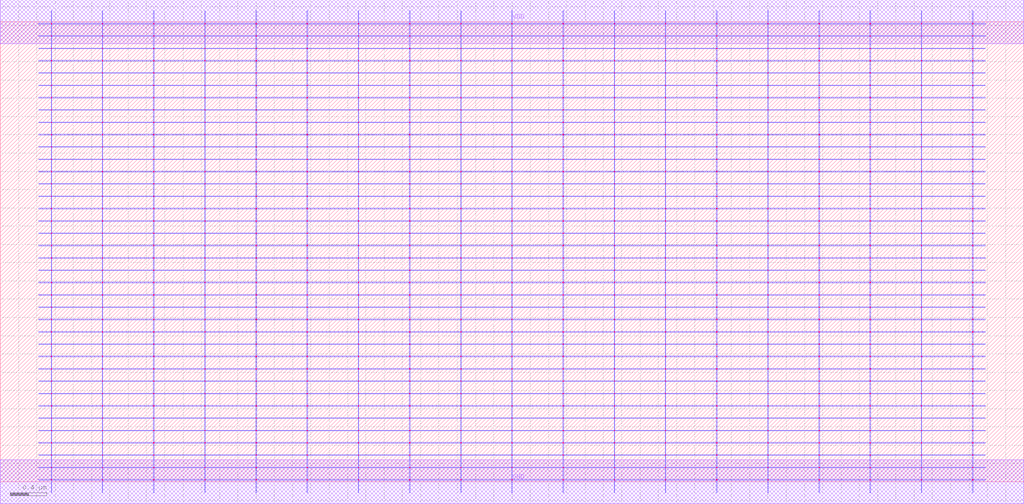
<source format=lef>
MACRO AOOAI2141
 CLASS CORE ;
 FOREIGN AOOAI2141 0 0 ;
 SIZE 11.200000000000001 BY 5.04 ;
 ORIGIN 0 0 ;
 SYMMETRY X Y R90 ;
 SITE unit ;
  PIN VDD
   DIRECTION INOUT ;
   USE POWER ;
   SHAPE ABUTMENT ;
    PORT
     CLASS CORE ;
       LAYER met1 ;
        RECT 0.00000000 4.80000000 11.20000000 5.28000000 ;
    END
  END VDD

  PIN GND
   DIRECTION INOUT ;
   USE POWER ;
   SHAPE ABUTMENT ;
    PORT
     CLASS CORE ;
       LAYER met1 ;
        RECT 0.00000000 -0.24000000 11.20000000 0.24000000 ;
    END
  END GND

 OBS
    LAYER polycont ;
     RECT 1.11600000 2.58300000 1.12400000 2.59100000 ;
     RECT 2.23600000 2.58300000 2.24400000 2.59100000 ;
     RECT 3.35600000 2.58300000 3.36400000 2.59100000 ;
     RECT 5.59600000 2.58300000 5.60400000 2.59100000 ;
     RECT 6.71600000 2.58300000 6.72400000 2.59100000 ;
     RECT 7.83600000 2.58300000 7.84400000 2.59100000 ;
     RECT 8.95600000 2.58300000 8.96400000 2.59100000 ;
     RECT 10.07600000 2.58300000 10.08400000 2.59100000 ;
     RECT 1.11600000 2.98800000 1.12400000 2.99600000 ;
     RECT 2.23600000 2.98800000 2.24400000 2.99600000 ;
     RECT 3.35600000 2.98800000 3.36400000 2.99600000 ;
     RECT 5.59600000 2.98800000 5.60400000 2.99600000 ;
     RECT 6.71600000 2.98800000 6.72400000 2.99600000 ;
     RECT 7.83600000 2.98800000 7.84400000 2.99600000 ;
     RECT 8.95600000 2.98800000 8.96400000 2.99600000 ;
     RECT 10.07600000 2.98800000 10.08400000 2.99600000 ;

    LAYER pdiffc ;
     RECT 0.55600000 3.39300000 0.56400000 3.40100000 ;
     RECT 1.67600000 3.39300000 1.68400000 3.40100000 ;
     RECT 2.79600000 3.39300000 2.80400000 3.40100000 ;
     RECT 3.91600000 3.39300000 3.92400000 3.40100000 ;
     RECT 5.03600000 3.39300000 5.04400000 3.40100000 ;
     RECT 6.15600000 3.39300000 6.16400000 3.40100000 ;
     RECT 7.27600000 3.39300000 7.28400000 3.40100000 ;
     RECT 8.39600000 3.39300000 8.40400000 3.40100000 ;
     RECT 9.51600000 3.39300000 9.52400000 3.40100000 ;
     RECT 10.63600000 3.39300000 10.64400000 3.40100000 ;
     RECT 0.55600000 3.52800000 0.56400000 3.53600000 ;
     RECT 1.67600000 3.52800000 1.68400000 3.53600000 ;
     RECT 2.79600000 3.52800000 2.80400000 3.53600000 ;
     RECT 3.91600000 3.52800000 3.92400000 3.53600000 ;
     RECT 5.03600000 3.52800000 5.04400000 3.53600000 ;
     RECT 6.15600000 3.52800000 6.16400000 3.53600000 ;
     RECT 7.27600000 3.52800000 7.28400000 3.53600000 ;
     RECT 8.39600000 3.52800000 8.40400000 3.53600000 ;
     RECT 9.51600000 3.52800000 9.52400000 3.53600000 ;
     RECT 10.63600000 3.52800000 10.64400000 3.53600000 ;
     RECT 0.55600000 3.66300000 0.56400000 3.67100000 ;
     RECT 1.67600000 3.66300000 1.68400000 3.67100000 ;
     RECT 2.79600000 3.66300000 2.80400000 3.67100000 ;
     RECT 3.91600000 3.66300000 3.92400000 3.67100000 ;
     RECT 5.03600000 3.66300000 5.04400000 3.67100000 ;
     RECT 6.15600000 3.66300000 6.16400000 3.67100000 ;
     RECT 7.27600000 3.66300000 7.28400000 3.67100000 ;
     RECT 8.39600000 3.66300000 8.40400000 3.67100000 ;
     RECT 9.51600000 3.66300000 9.52400000 3.67100000 ;
     RECT 10.63600000 3.66300000 10.64400000 3.67100000 ;
     RECT 0.55600000 3.79800000 0.56400000 3.80600000 ;
     RECT 1.67600000 3.79800000 1.68400000 3.80600000 ;
     RECT 2.79600000 3.79800000 2.80400000 3.80600000 ;
     RECT 3.91600000 3.79800000 3.92400000 3.80600000 ;
     RECT 5.03600000 3.79800000 5.04400000 3.80600000 ;
     RECT 6.15600000 3.79800000 6.16400000 3.80600000 ;
     RECT 7.27600000 3.79800000 7.28400000 3.80600000 ;
     RECT 8.39600000 3.79800000 8.40400000 3.80600000 ;
     RECT 9.51600000 3.79800000 9.52400000 3.80600000 ;
     RECT 10.63600000 3.79800000 10.64400000 3.80600000 ;
     RECT 0.55600000 3.93300000 0.56400000 3.94100000 ;
     RECT 1.67600000 3.93300000 1.68400000 3.94100000 ;
     RECT 2.79600000 3.93300000 2.80400000 3.94100000 ;
     RECT 3.91600000 3.93300000 3.92400000 3.94100000 ;
     RECT 5.03600000 3.93300000 5.04400000 3.94100000 ;
     RECT 6.15600000 3.93300000 6.16400000 3.94100000 ;
     RECT 7.27600000 3.93300000 7.28400000 3.94100000 ;
     RECT 8.39600000 3.93300000 8.40400000 3.94100000 ;
     RECT 9.51600000 3.93300000 9.52400000 3.94100000 ;
     RECT 10.63600000 3.93300000 10.64400000 3.94100000 ;
     RECT 0.55600000 4.06800000 0.56400000 4.07600000 ;
     RECT 1.67600000 4.06800000 1.68400000 4.07600000 ;
     RECT 2.79600000 4.06800000 2.80400000 4.07600000 ;
     RECT 3.91600000 4.06800000 3.92400000 4.07600000 ;
     RECT 5.03600000 4.06800000 5.04400000 4.07600000 ;
     RECT 6.15600000 4.06800000 6.16400000 4.07600000 ;
     RECT 7.27600000 4.06800000 7.28400000 4.07600000 ;
     RECT 8.39600000 4.06800000 8.40400000 4.07600000 ;
     RECT 9.51600000 4.06800000 9.52400000 4.07600000 ;
     RECT 10.63600000 4.06800000 10.64400000 4.07600000 ;
     RECT 0.55600000 4.20300000 0.56400000 4.21100000 ;
     RECT 1.67600000 4.20300000 1.68400000 4.21100000 ;
     RECT 2.79600000 4.20300000 2.80400000 4.21100000 ;
     RECT 3.91600000 4.20300000 3.92400000 4.21100000 ;
     RECT 5.03600000 4.20300000 5.04400000 4.21100000 ;
     RECT 6.15600000 4.20300000 6.16400000 4.21100000 ;
     RECT 7.27600000 4.20300000 7.28400000 4.21100000 ;
     RECT 8.39600000 4.20300000 8.40400000 4.21100000 ;
     RECT 9.51600000 4.20300000 9.52400000 4.21100000 ;
     RECT 10.63600000 4.20300000 10.64400000 4.21100000 ;
     RECT 0.55600000 4.33800000 0.56400000 4.34600000 ;
     RECT 1.67600000 4.33800000 1.68400000 4.34600000 ;
     RECT 2.79600000 4.33800000 2.80400000 4.34600000 ;
     RECT 3.91600000 4.33800000 3.92400000 4.34600000 ;
     RECT 5.03600000 4.33800000 5.04400000 4.34600000 ;
     RECT 6.15600000 4.33800000 6.16400000 4.34600000 ;
     RECT 7.27600000 4.33800000 7.28400000 4.34600000 ;
     RECT 8.39600000 4.33800000 8.40400000 4.34600000 ;
     RECT 9.51600000 4.33800000 9.52400000 4.34600000 ;
     RECT 10.63600000 4.33800000 10.64400000 4.34600000 ;
     RECT 0.55600000 4.47300000 0.56400000 4.48100000 ;
     RECT 1.67600000 4.47300000 1.68400000 4.48100000 ;
     RECT 2.79600000 4.47300000 2.80400000 4.48100000 ;
     RECT 3.91600000 4.47300000 3.92400000 4.48100000 ;
     RECT 5.03600000 4.47300000 5.04400000 4.48100000 ;
     RECT 6.15600000 4.47300000 6.16400000 4.48100000 ;
     RECT 7.27600000 4.47300000 7.28400000 4.48100000 ;
     RECT 8.39600000 4.47300000 8.40400000 4.48100000 ;
     RECT 9.51600000 4.47300000 9.52400000 4.48100000 ;
     RECT 10.63600000 4.47300000 10.64400000 4.48100000 ;
     RECT 0.55600000 4.60800000 0.56400000 4.61600000 ;
     RECT 1.67600000 4.60800000 1.68400000 4.61600000 ;
     RECT 2.79600000 4.60800000 2.80400000 4.61600000 ;
     RECT 3.91600000 4.60800000 3.92400000 4.61600000 ;
     RECT 5.03600000 4.60800000 5.04400000 4.61600000 ;
     RECT 6.15600000 4.60800000 6.16400000 4.61600000 ;
     RECT 7.27600000 4.60800000 7.28400000 4.61600000 ;
     RECT 8.39600000 4.60800000 8.40400000 4.61600000 ;
     RECT 9.51600000 4.60800000 9.52400000 4.61600000 ;
     RECT 10.63600000 4.60800000 10.64400000 4.61600000 ;

    LAYER ndiffc ;
     RECT 6.15600000 0.42300000 6.16400000 0.43100000 ;
     RECT 7.27600000 0.42300000 7.28400000 0.43100000 ;
     RECT 8.39600000 0.42300000 8.40400000 0.43100000 ;
     RECT 9.51600000 0.42300000 9.52400000 0.43100000 ;
     RECT 10.63600000 0.42300000 10.64400000 0.43100000 ;
     RECT 6.15600000 0.55800000 6.16400000 0.56600000 ;
     RECT 7.27600000 0.55800000 7.28400000 0.56600000 ;
     RECT 8.39600000 0.55800000 8.40400000 0.56600000 ;
     RECT 9.51600000 0.55800000 9.52400000 0.56600000 ;
     RECT 10.63600000 0.55800000 10.64400000 0.56600000 ;
     RECT 6.15600000 0.69300000 6.16400000 0.70100000 ;
     RECT 7.27600000 0.69300000 7.28400000 0.70100000 ;
     RECT 8.39600000 0.69300000 8.40400000 0.70100000 ;
     RECT 9.51600000 0.69300000 9.52400000 0.70100000 ;
     RECT 10.63600000 0.69300000 10.64400000 0.70100000 ;
     RECT 6.15600000 0.82800000 6.16400000 0.83600000 ;
     RECT 7.27600000 0.82800000 7.28400000 0.83600000 ;
     RECT 8.39600000 0.82800000 8.40400000 0.83600000 ;
     RECT 9.51600000 0.82800000 9.52400000 0.83600000 ;
     RECT 10.63600000 0.82800000 10.64400000 0.83600000 ;
     RECT 6.15600000 0.96300000 6.16400000 0.97100000 ;
     RECT 7.27600000 0.96300000 7.28400000 0.97100000 ;
     RECT 8.39600000 0.96300000 8.40400000 0.97100000 ;
     RECT 9.51600000 0.96300000 9.52400000 0.97100000 ;
     RECT 10.63600000 0.96300000 10.64400000 0.97100000 ;
     RECT 6.15600000 1.09800000 6.16400000 1.10600000 ;
     RECT 7.27600000 1.09800000 7.28400000 1.10600000 ;
     RECT 8.39600000 1.09800000 8.40400000 1.10600000 ;
     RECT 9.51600000 1.09800000 9.52400000 1.10600000 ;
     RECT 10.63600000 1.09800000 10.64400000 1.10600000 ;
     RECT 6.15600000 1.23300000 6.16400000 1.24100000 ;
     RECT 7.27600000 1.23300000 7.28400000 1.24100000 ;
     RECT 8.39600000 1.23300000 8.40400000 1.24100000 ;
     RECT 9.51600000 1.23300000 9.52400000 1.24100000 ;
     RECT 10.63600000 1.23300000 10.64400000 1.24100000 ;
     RECT 6.15600000 1.36800000 6.16400000 1.37600000 ;
     RECT 7.27600000 1.36800000 7.28400000 1.37600000 ;
     RECT 8.39600000 1.36800000 8.40400000 1.37600000 ;
     RECT 9.51600000 1.36800000 9.52400000 1.37600000 ;
     RECT 10.63600000 1.36800000 10.64400000 1.37600000 ;
     RECT 6.15600000 1.50300000 6.16400000 1.51100000 ;
     RECT 7.27600000 1.50300000 7.28400000 1.51100000 ;
     RECT 8.39600000 1.50300000 8.40400000 1.51100000 ;
     RECT 9.51600000 1.50300000 9.52400000 1.51100000 ;
     RECT 10.63600000 1.50300000 10.64400000 1.51100000 ;
     RECT 6.15600000 1.63800000 6.16400000 1.64600000 ;
     RECT 7.27600000 1.63800000 7.28400000 1.64600000 ;
     RECT 8.39600000 1.63800000 8.40400000 1.64600000 ;
     RECT 9.51600000 1.63800000 9.52400000 1.64600000 ;
     RECT 10.63600000 1.63800000 10.64400000 1.64600000 ;
     RECT 6.15600000 1.77300000 6.16400000 1.78100000 ;
     RECT 7.27600000 1.77300000 7.28400000 1.78100000 ;
     RECT 8.39600000 1.77300000 8.40400000 1.78100000 ;
     RECT 9.51600000 1.77300000 9.52400000 1.78100000 ;
     RECT 10.63600000 1.77300000 10.64400000 1.78100000 ;
     RECT 6.15600000 1.90800000 6.16400000 1.91600000 ;
     RECT 7.27600000 1.90800000 7.28400000 1.91600000 ;
     RECT 8.39600000 1.90800000 8.40400000 1.91600000 ;
     RECT 9.51600000 1.90800000 9.52400000 1.91600000 ;
     RECT 10.63600000 1.90800000 10.64400000 1.91600000 ;
     RECT 6.15600000 2.04300000 6.16400000 2.05100000 ;
     RECT 7.27600000 2.04300000 7.28400000 2.05100000 ;
     RECT 8.39600000 2.04300000 8.40400000 2.05100000 ;
     RECT 9.51600000 2.04300000 9.52400000 2.05100000 ;
     RECT 10.63600000 2.04300000 10.64400000 2.05100000 ;
     RECT 0.55600000 0.82800000 0.56400000 0.83600000 ;
     RECT 1.67600000 0.82800000 1.68400000 0.83600000 ;
     RECT 2.79600000 0.82800000 2.80400000 0.83600000 ;
     RECT 3.91600000 0.82800000 3.92400000 0.83600000 ;
     RECT 5.03600000 0.82800000 5.04400000 0.83600000 ;
     RECT 0.55600000 1.36800000 0.56400000 1.37600000 ;
     RECT 1.67600000 1.36800000 1.68400000 1.37600000 ;
     RECT 2.79600000 1.36800000 2.80400000 1.37600000 ;
     RECT 3.91600000 1.36800000 3.92400000 1.37600000 ;
     RECT 5.03600000 1.36800000 5.04400000 1.37600000 ;
     RECT 0.55600000 0.42300000 0.56400000 0.43100000 ;
     RECT 1.67600000 0.42300000 1.68400000 0.43100000 ;
     RECT 2.79600000 0.42300000 2.80400000 0.43100000 ;
     RECT 3.91600000 0.42300000 3.92400000 0.43100000 ;
     RECT 5.03600000 0.42300000 5.04400000 0.43100000 ;
     RECT 0.55600000 1.50300000 0.56400000 1.51100000 ;
     RECT 1.67600000 1.50300000 1.68400000 1.51100000 ;
     RECT 2.79600000 1.50300000 2.80400000 1.51100000 ;
     RECT 3.91600000 1.50300000 3.92400000 1.51100000 ;
     RECT 5.03600000 1.50300000 5.04400000 1.51100000 ;
     RECT 0.55600000 0.96300000 0.56400000 0.97100000 ;
     RECT 1.67600000 0.96300000 1.68400000 0.97100000 ;
     RECT 2.79600000 0.96300000 2.80400000 0.97100000 ;
     RECT 3.91600000 0.96300000 3.92400000 0.97100000 ;
     RECT 5.03600000 0.96300000 5.04400000 0.97100000 ;
     RECT 0.55600000 1.63800000 0.56400000 1.64600000 ;
     RECT 1.67600000 1.63800000 1.68400000 1.64600000 ;
     RECT 2.79600000 1.63800000 2.80400000 1.64600000 ;
     RECT 3.91600000 1.63800000 3.92400000 1.64600000 ;
     RECT 5.03600000 1.63800000 5.04400000 1.64600000 ;
     RECT 0.55600000 0.69300000 0.56400000 0.70100000 ;
     RECT 1.67600000 0.69300000 1.68400000 0.70100000 ;
     RECT 2.79600000 0.69300000 2.80400000 0.70100000 ;
     RECT 3.91600000 0.69300000 3.92400000 0.70100000 ;
     RECT 5.03600000 0.69300000 5.04400000 0.70100000 ;
     RECT 0.55600000 1.77300000 0.56400000 1.78100000 ;
     RECT 1.67600000 1.77300000 1.68400000 1.78100000 ;
     RECT 2.79600000 1.77300000 2.80400000 1.78100000 ;
     RECT 3.91600000 1.77300000 3.92400000 1.78100000 ;
     RECT 5.03600000 1.77300000 5.04400000 1.78100000 ;
     RECT 0.55600000 1.09800000 0.56400000 1.10600000 ;
     RECT 1.67600000 1.09800000 1.68400000 1.10600000 ;
     RECT 2.79600000 1.09800000 2.80400000 1.10600000 ;
     RECT 3.91600000 1.09800000 3.92400000 1.10600000 ;
     RECT 5.03600000 1.09800000 5.04400000 1.10600000 ;
     RECT 0.55600000 1.90800000 0.56400000 1.91600000 ;
     RECT 1.67600000 1.90800000 1.68400000 1.91600000 ;
     RECT 2.79600000 1.90800000 2.80400000 1.91600000 ;
     RECT 3.91600000 1.90800000 3.92400000 1.91600000 ;
     RECT 5.03600000 1.90800000 5.04400000 1.91600000 ;
     RECT 0.55600000 0.55800000 0.56400000 0.56600000 ;
     RECT 1.67600000 0.55800000 1.68400000 0.56600000 ;
     RECT 2.79600000 0.55800000 2.80400000 0.56600000 ;
     RECT 3.91600000 0.55800000 3.92400000 0.56600000 ;
     RECT 5.03600000 0.55800000 5.04400000 0.56600000 ;
     RECT 0.55600000 2.04300000 0.56400000 2.05100000 ;
     RECT 1.67600000 2.04300000 1.68400000 2.05100000 ;
     RECT 2.79600000 2.04300000 2.80400000 2.05100000 ;
     RECT 3.91600000 2.04300000 3.92400000 2.05100000 ;
     RECT 5.03600000 2.04300000 5.04400000 2.05100000 ;
     RECT 0.55600000 1.23300000 0.56400000 1.24100000 ;
     RECT 1.67600000 1.23300000 1.68400000 1.24100000 ;
     RECT 2.79600000 1.23300000 2.80400000 1.24100000 ;
     RECT 3.91600000 1.23300000 3.92400000 1.24100000 ;
     RECT 5.03600000 1.23300000 5.04400000 1.24100000 ;

    LAYER met1 ;
     RECT 0.00000000 -0.24000000 11.20000000 0.24000000 ;
     RECT 5.59600000 0.24000000 5.60400000 0.28800000 ;
     RECT 0.44500000 0.28800000 10.75500000 0.29600000 ;
     RECT 5.59600000 0.29600000 5.60400000 0.42300000 ;
     RECT 0.44500000 0.42300000 10.75500000 0.43100000 ;
     RECT 5.59600000 0.43100000 5.60400000 0.55800000 ;
     RECT 0.44500000 0.55800000 10.75500000 0.56600000 ;
     RECT 5.59600000 0.56600000 5.60400000 0.69300000 ;
     RECT 0.44500000 0.69300000 10.75500000 0.70100000 ;
     RECT 5.59600000 0.70100000 5.60400000 0.82800000 ;
     RECT 0.44500000 0.82800000 10.75500000 0.83600000 ;
     RECT 5.59600000 0.83600000 5.60400000 0.96300000 ;
     RECT 0.44500000 0.96300000 10.75500000 0.97100000 ;
     RECT 5.59600000 0.97100000 5.60400000 1.09800000 ;
     RECT 0.44500000 1.09800000 10.75500000 1.10600000 ;
     RECT 5.59600000 1.10600000 5.60400000 1.23300000 ;
     RECT 0.44500000 1.23300000 10.75500000 1.24100000 ;
     RECT 5.59600000 1.24100000 5.60400000 1.36800000 ;
     RECT 0.44500000 1.36800000 10.75500000 1.37600000 ;
     RECT 5.59600000 1.37600000 5.60400000 1.50300000 ;
     RECT 0.44500000 1.50300000 10.75500000 1.51100000 ;
     RECT 5.59600000 1.51100000 5.60400000 1.63800000 ;
     RECT 0.44500000 1.63800000 10.75500000 1.64600000 ;
     RECT 5.59600000 1.64600000 5.60400000 1.77300000 ;
     RECT 0.44500000 1.77300000 10.75500000 1.78100000 ;
     RECT 5.59600000 1.78100000 5.60400000 1.90800000 ;
     RECT 0.44500000 1.90800000 10.75500000 1.91600000 ;
     RECT 5.59600000 1.91600000 5.60400000 2.04300000 ;
     RECT 0.44500000 2.04300000 10.75500000 2.05100000 ;
     RECT 5.59600000 2.05100000 5.60400000 2.17800000 ;
     RECT 0.44500000 2.17800000 10.75500000 2.18600000 ;
     RECT 5.59600000 2.18600000 5.60400000 2.31300000 ;
     RECT 0.44500000 2.31300000 10.75500000 2.32100000 ;
     RECT 5.59600000 2.32100000 5.60400000 2.44800000 ;
     RECT 0.44500000 2.44800000 10.75500000 2.45600000 ;
     RECT 0.55600000 2.45600000 0.56400000 2.58300000 ;
     RECT 1.11600000 2.45600000 1.12400000 2.58300000 ;
     RECT 1.67600000 2.45600000 1.68400000 2.58300000 ;
     RECT 2.23600000 2.45600000 2.24400000 2.58300000 ;
     RECT 2.79600000 2.45600000 2.80400000 2.58300000 ;
     RECT 3.35600000 2.45600000 3.36400000 2.58300000 ;
     RECT 3.91600000 2.45600000 3.92400000 2.58300000 ;
     RECT 4.47600000 2.45600000 4.48400000 2.58300000 ;
     RECT 5.03600000 2.45600000 5.04400000 2.58300000 ;
     RECT 5.59600000 2.45600000 5.60400000 2.58300000 ;
     RECT 6.15600000 2.45600000 6.16400000 2.58300000 ;
     RECT 6.71600000 2.45600000 6.72400000 2.58300000 ;
     RECT 7.27600000 2.45600000 7.28400000 2.58300000 ;
     RECT 7.83600000 2.45600000 7.84400000 2.58300000 ;
     RECT 8.39600000 2.45600000 8.40400000 2.58300000 ;
     RECT 8.95600000 2.45600000 8.96400000 2.58300000 ;
     RECT 9.51600000 2.45600000 9.52400000 2.58300000 ;
     RECT 10.07600000 2.45600000 10.08400000 2.58300000 ;
     RECT 10.63600000 2.45600000 10.64400000 2.58300000 ;
     RECT 0.44500000 2.58300000 10.75500000 2.59100000 ;
     RECT 5.59600000 2.59100000 5.60400000 2.71800000 ;
     RECT 0.44500000 2.71800000 10.75500000 2.72600000 ;
     RECT 5.59600000 2.72600000 5.60400000 2.85300000 ;
     RECT 0.44500000 2.85300000 10.75500000 2.86100000 ;
     RECT 5.59600000 2.86100000 5.60400000 2.98800000 ;
     RECT 0.44500000 2.98800000 10.75500000 2.99600000 ;
     RECT 5.59600000 2.99600000 5.60400000 3.12300000 ;
     RECT 0.44500000 3.12300000 10.75500000 3.13100000 ;
     RECT 5.59600000 3.13100000 5.60400000 3.25800000 ;
     RECT 0.44500000 3.25800000 10.75500000 3.26600000 ;
     RECT 5.59600000 3.26600000 5.60400000 3.39300000 ;
     RECT 0.44500000 3.39300000 10.75500000 3.40100000 ;
     RECT 5.59600000 3.40100000 5.60400000 3.52800000 ;
     RECT 0.44500000 3.52800000 10.75500000 3.53600000 ;
     RECT 5.59600000 3.53600000 5.60400000 3.66300000 ;
     RECT 0.44500000 3.66300000 10.75500000 3.67100000 ;
     RECT 5.59600000 3.67100000 5.60400000 3.79800000 ;
     RECT 0.44500000 3.79800000 10.75500000 3.80600000 ;
     RECT 5.59600000 3.80600000 5.60400000 3.93300000 ;
     RECT 0.44500000 3.93300000 10.75500000 3.94100000 ;
     RECT 5.59600000 3.94100000 5.60400000 4.06800000 ;
     RECT 0.44500000 4.06800000 10.75500000 4.07600000 ;
     RECT 5.59600000 4.07600000 5.60400000 4.20300000 ;
     RECT 0.44500000 4.20300000 10.75500000 4.21100000 ;
     RECT 5.59600000 4.21100000 5.60400000 4.33800000 ;
     RECT 0.44500000 4.33800000 10.75500000 4.34600000 ;
     RECT 5.59600000 4.34600000 5.60400000 4.47300000 ;
     RECT 0.44500000 4.47300000 10.75500000 4.48100000 ;
     RECT 5.59600000 4.48100000 5.60400000 4.60800000 ;
     RECT 0.44500000 4.60800000 10.75500000 4.61600000 ;
     RECT 5.59600000 4.61600000 5.60400000 4.74300000 ;
     RECT 0.44500000 4.74300000 10.75500000 4.75100000 ;
     RECT 5.59600000 4.75100000 5.60400000 4.80000000 ;
     RECT 0.00000000 4.80000000 11.20000000 5.28000000 ;
     RECT 8.39600000 2.99600000 8.40400000 3.12300000 ;
     RECT 8.39600000 3.13100000 8.40400000 3.25800000 ;
     RECT 8.39600000 3.26600000 8.40400000 3.39300000 ;
     RECT 8.39600000 3.40100000 8.40400000 3.52800000 ;
     RECT 8.39600000 3.53600000 8.40400000 3.66300000 ;
     RECT 8.39600000 2.72600000 8.40400000 2.85300000 ;
     RECT 8.39600000 3.67100000 8.40400000 3.79800000 ;
     RECT 6.15600000 3.80600000 6.16400000 3.93300000 ;
     RECT 6.71600000 3.80600000 6.72400000 3.93300000 ;
     RECT 7.27600000 3.80600000 7.28400000 3.93300000 ;
     RECT 7.83600000 3.80600000 7.84400000 3.93300000 ;
     RECT 8.39600000 3.80600000 8.40400000 3.93300000 ;
     RECT 8.95600000 3.80600000 8.96400000 3.93300000 ;
     RECT 9.51600000 3.80600000 9.52400000 3.93300000 ;
     RECT 10.07600000 3.80600000 10.08400000 3.93300000 ;
     RECT 10.63600000 3.80600000 10.64400000 3.93300000 ;
     RECT 8.39600000 3.94100000 8.40400000 4.06800000 ;
     RECT 8.39600000 4.07600000 8.40400000 4.20300000 ;
     RECT 8.39600000 4.21100000 8.40400000 4.33800000 ;
     RECT 8.39600000 4.34600000 8.40400000 4.47300000 ;
     RECT 8.39600000 2.86100000 8.40400000 2.98800000 ;
     RECT 8.39600000 4.48100000 8.40400000 4.60800000 ;
     RECT 8.39600000 4.61600000 8.40400000 4.74300000 ;
     RECT 8.39600000 2.59100000 8.40400000 2.71800000 ;
     RECT 8.39600000 4.75100000 8.40400000 4.80000000 ;
     RECT 10.63600000 4.07600000 10.64400000 4.20300000 ;
     RECT 9.51600000 3.94100000 9.52400000 4.06800000 ;
     RECT 8.95600000 4.21100000 8.96400000 4.33800000 ;
     RECT 9.51600000 4.21100000 9.52400000 4.33800000 ;
     RECT 10.07600000 4.21100000 10.08400000 4.33800000 ;
     RECT 10.63600000 4.21100000 10.64400000 4.33800000 ;
     RECT 10.07600000 3.94100000 10.08400000 4.06800000 ;
     RECT 8.95600000 4.34600000 8.96400000 4.47300000 ;
     RECT 9.51600000 4.34600000 9.52400000 4.47300000 ;
     RECT 10.07600000 4.34600000 10.08400000 4.47300000 ;
     RECT 10.63600000 4.34600000 10.64400000 4.47300000 ;
     RECT 10.63600000 3.94100000 10.64400000 4.06800000 ;
     RECT 8.95600000 3.94100000 8.96400000 4.06800000 ;
     RECT 8.95600000 4.48100000 8.96400000 4.60800000 ;
     RECT 9.51600000 4.48100000 9.52400000 4.60800000 ;
     RECT 10.07600000 4.48100000 10.08400000 4.60800000 ;
     RECT 10.63600000 4.48100000 10.64400000 4.60800000 ;
     RECT 8.95600000 4.07600000 8.96400000 4.20300000 ;
     RECT 8.95600000 4.61600000 8.96400000 4.74300000 ;
     RECT 9.51600000 4.61600000 9.52400000 4.74300000 ;
     RECT 10.07600000 4.61600000 10.08400000 4.74300000 ;
     RECT 10.63600000 4.61600000 10.64400000 4.74300000 ;
     RECT 9.51600000 4.07600000 9.52400000 4.20300000 ;
     RECT 10.07600000 4.07600000 10.08400000 4.20300000 ;
     RECT 8.95600000 4.75100000 8.96400000 4.80000000 ;
     RECT 9.51600000 4.75100000 9.52400000 4.80000000 ;
     RECT 10.07600000 4.75100000 10.08400000 4.80000000 ;
     RECT 10.63600000 4.75100000 10.64400000 4.80000000 ;
     RECT 6.15600000 4.48100000 6.16400000 4.60800000 ;
     RECT 6.71600000 4.48100000 6.72400000 4.60800000 ;
     RECT 7.27600000 4.48100000 7.28400000 4.60800000 ;
     RECT 7.83600000 4.48100000 7.84400000 4.60800000 ;
     RECT 7.83600000 4.21100000 7.84400000 4.33800000 ;
     RECT 6.71600000 4.07600000 6.72400000 4.20300000 ;
     RECT 7.27600000 4.07600000 7.28400000 4.20300000 ;
     RECT 7.83600000 4.07600000 7.84400000 4.20300000 ;
     RECT 6.71600000 3.94100000 6.72400000 4.06800000 ;
     RECT 6.15600000 4.61600000 6.16400000 4.74300000 ;
     RECT 6.71600000 4.61600000 6.72400000 4.74300000 ;
     RECT 7.27600000 4.61600000 7.28400000 4.74300000 ;
     RECT 7.83600000 4.61600000 7.84400000 4.74300000 ;
     RECT 7.27600000 3.94100000 7.28400000 4.06800000 ;
     RECT 6.15600000 4.34600000 6.16400000 4.47300000 ;
     RECT 6.71600000 4.34600000 6.72400000 4.47300000 ;
     RECT 7.27600000 4.34600000 7.28400000 4.47300000 ;
     RECT 7.83600000 4.34600000 7.84400000 4.47300000 ;
     RECT 7.83600000 3.94100000 7.84400000 4.06800000 ;
     RECT 6.15600000 4.75100000 6.16400000 4.80000000 ;
     RECT 6.71600000 4.75100000 6.72400000 4.80000000 ;
     RECT 7.27600000 4.75100000 7.28400000 4.80000000 ;
     RECT 7.83600000 4.75100000 7.84400000 4.80000000 ;
     RECT 6.15600000 3.94100000 6.16400000 4.06800000 ;
     RECT 6.15600000 4.07600000 6.16400000 4.20300000 ;
     RECT 6.15600000 4.21100000 6.16400000 4.33800000 ;
     RECT 6.71600000 4.21100000 6.72400000 4.33800000 ;
     RECT 7.27600000 4.21100000 7.28400000 4.33800000 ;
     RECT 7.27600000 2.99600000 7.28400000 3.12300000 ;
     RECT 6.71600000 2.59100000 6.72400000 2.71800000 ;
     RECT 6.15600000 2.72600000 6.16400000 2.85300000 ;
     RECT 6.15600000 3.40100000 6.16400000 3.52800000 ;
     RECT 6.71600000 3.40100000 6.72400000 3.52800000 ;
     RECT 7.27600000 3.40100000 7.28400000 3.52800000 ;
     RECT 7.83600000 3.40100000 7.84400000 3.52800000 ;
     RECT 7.83600000 2.99600000 7.84400000 3.12300000 ;
     RECT 6.71600000 2.72600000 6.72400000 2.85300000 ;
     RECT 7.27600000 2.72600000 7.28400000 2.85300000 ;
     RECT 7.27600000 2.59100000 7.28400000 2.71800000 ;
     RECT 7.83600000 2.59100000 7.84400000 2.71800000 ;
     RECT 6.15600000 3.53600000 6.16400000 3.66300000 ;
     RECT 6.71600000 3.53600000 6.72400000 3.66300000 ;
     RECT 7.27600000 3.53600000 7.28400000 3.66300000 ;
     RECT 7.83600000 3.53600000 7.84400000 3.66300000 ;
     RECT 6.15600000 2.99600000 6.16400000 3.12300000 ;
     RECT 7.83600000 2.72600000 7.84400000 2.85300000 ;
     RECT 6.15600000 3.13100000 6.16400000 3.25800000 ;
     RECT 6.15600000 3.67100000 6.16400000 3.79800000 ;
     RECT 6.71600000 3.67100000 6.72400000 3.79800000 ;
     RECT 6.15600000 2.86100000 6.16400000 2.98800000 ;
     RECT 6.71600000 2.86100000 6.72400000 2.98800000 ;
     RECT 7.27600000 3.67100000 7.28400000 3.79800000 ;
     RECT 7.83600000 3.67100000 7.84400000 3.79800000 ;
     RECT 6.71600000 3.13100000 6.72400000 3.25800000 ;
     RECT 7.27600000 3.13100000 7.28400000 3.25800000 ;
     RECT 7.83600000 3.13100000 7.84400000 3.25800000 ;
     RECT 6.71600000 2.99600000 6.72400000 3.12300000 ;
     RECT 6.15600000 2.59100000 6.16400000 2.71800000 ;
     RECT 6.15600000 3.26600000 6.16400000 3.39300000 ;
     RECT 6.71600000 3.26600000 6.72400000 3.39300000 ;
     RECT 7.27600000 2.86100000 7.28400000 2.98800000 ;
     RECT 7.83600000 2.86100000 7.84400000 2.98800000 ;
     RECT 7.27600000 3.26600000 7.28400000 3.39300000 ;
     RECT 7.83600000 3.26600000 7.84400000 3.39300000 ;
     RECT 9.51600000 3.13100000 9.52400000 3.25800000 ;
     RECT 10.07600000 3.13100000 10.08400000 3.25800000 ;
     RECT 10.63600000 3.13100000 10.64400000 3.25800000 ;
     RECT 8.95600000 2.86100000 8.96400000 2.98800000 ;
     RECT 10.63600000 2.59100000 10.64400000 2.71800000 ;
     RECT 10.07600000 2.59100000 10.08400000 2.71800000 ;
     RECT 8.95600000 3.67100000 8.96400000 3.79800000 ;
     RECT 9.51600000 3.67100000 9.52400000 3.79800000 ;
     RECT 10.07600000 3.67100000 10.08400000 3.79800000 ;
     RECT 10.63600000 3.67100000 10.64400000 3.79800000 ;
     RECT 8.95600000 2.72600000 8.96400000 2.85300000 ;
     RECT 9.51600000 2.72600000 9.52400000 2.85300000 ;
     RECT 8.95600000 2.99600000 8.96400000 3.12300000 ;
     RECT 9.51600000 2.86100000 9.52400000 2.98800000 ;
     RECT 10.07600000 2.86100000 10.08400000 2.98800000 ;
     RECT 8.95600000 3.40100000 8.96400000 3.52800000 ;
     RECT 9.51600000 3.40100000 9.52400000 3.52800000 ;
     RECT 10.07600000 3.40100000 10.08400000 3.52800000 ;
     RECT 10.63600000 3.40100000 10.64400000 3.52800000 ;
     RECT 9.51600000 2.99600000 9.52400000 3.12300000 ;
     RECT 10.07600000 2.99600000 10.08400000 3.12300000 ;
     RECT 10.63600000 2.99600000 10.64400000 3.12300000 ;
     RECT 9.51600000 2.59100000 9.52400000 2.71800000 ;
     RECT 10.07600000 2.72600000 10.08400000 2.85300000 ;
     RECT 10.63600000 2.86100000 10.64400000 2.98800000 ;
     RECT 10.63600000 2.72600000 10.64400000 2.85300000 ;
     RECT 8.95600000 3.26600000 8.96400000 3.39300000 ;
     RECT 9.51600000 3.26600000 9.52400000 3.39300000 ;
     RECT 10.07600000 3.26600000 10.08400000 3.39300000 ;
     RECT 8.95600000 3.53600000 8.96400000 3.66300000 ;
     RECT 9.51600000 3.53600000 9.52400000 3.66300000 ;
     RECT 10.07600000 3.53600000 10.08400000 3.66300000 ;
     RECT 10.63600000 3.53600000 10.64400000 3.66300000 ;
     RECT 10.63600000 3.26600000 10.64400000 3.39300000 ;
     RECT 8.95600000 3.13100000 8.96400000 3.25800000 ;
     RECT 8.95600000 2.59100000 8.96400000 2.71800000 ;
     RECT 4.47600000 3.80600000 4.48400000 3.93300000 ;
     RECT 5.03600000 3.80600000 5.04400000 3.93300000 ;
     RECT 2.79600000 3.26600000 2.80400000 3.39300000 ;
     RECT 2.79600000 3.94100000 2.80400000 4.06800000 ;
     RECT 2.79600000 2.59100000 2.80400000 2.71800000 ;
     RECT 2.79600000 2.99600000 2.80400000 3.12300000 ;
     RECT 2.79600000 4.07600000 2.80400000 4.20300000 ;
     RECT 2.79600000 3.40100000 2.80400000 3.52800000 ;
     RECT 2.79600000 4.21100000 2.80400000 4.33800000 ;
     RECT 2.79600000 4.34600000 2.80400000 4.47300000 ;
     RECT 2.79600000 3.53600000 2.80400000 3.66300000 ;
     RECT 2.79600000 4.48100000 2.80400000 4.60800000 ;
     RECT 2.79600000 3.13100000 2.80400000 3.25800000 ;
     RECT 2.79600000 3.67100000 2.80400000 3.79800000 ;
     RECT 2.79600000 4.61600000 2.80400000 4.74300000 ;
     RECT 2.79600000 2.86100000 2.80400000 2.98800000 ;
     RECT 2.79600000 4.75100000 2.80400000 4.80000000 ;
     RECT 2.79600000 2.72600000 2.80400000 2.85300000 ;
     RECT 0.55600000 3.80600000 0.56400000 3.93300000 ;
     RECT 1.11600000 3.80600000 1.12400000 3.93300000 ;
     RECT 1.67600000 3.80600000 1.68400000 3.93300000 ;
     RECT 2.23600000 3.80600000 2.24400000 3.93300000 ;
     RECT 2.79600000 3.80600000 2.80400000 3.93300000 ;
     RECT 3.35600000 3.80600000 3.36400000 3.93300000 ;
     RECT 3.91600000 3.80600000 3.92400000 3.93300000 ;
     RECT 5.03600000 4.34600000 5.04400000 4.47300000 ;
     RECT 4.47600000 3.94100000 4.48400000 4.06800000 ;
     RECT 3.35600000 4.07600000 3.36400000 4.20300000 ;
     RECT 3.35600000 4.48100000 3.36400000 4.60800000 ;
     RECT 3.91600000 4.48100000 3.92400000 4.60800000 ;
     RECT 4.47600000 4.48100000 4.48400000 4.60800000 ;
     RECT 5.03600000 4.48100000 5.04400000 4.60800000 ;
     RECT 3.91600000 4.07600000 3.92400000 4.20300000 ;
     RECT 4.47600000 4.07600000 4.48400000 4.20300000 ;
     RECT 5.03600000 4.07600000 5.04400000 4.20300000 ;
     RECT 3.35600000 4.61600000 3.36400000 4.74300000 ;
     RECT 3.91600000 4.61600000 3.92400000 4.74300000 ;
     RECT 4.47600000 4.61600000 4.48400000 4.74300000 ;
     RECT 5.03600000 4.61600000 5.04400000 4.74300000 ;
     RECT 5.03600000 3.94100000 5.04400000 4.06800000 ;
     RECT 3.35600000 3.94100000 3.36400000 4.06800000 ;
     RECT 3.35600000 4.75100000 3.36400000 4.80000000 ;
     RECT 3.91600000 4.75100000 3.92400000 4.80000000 ;
     RECT 4.47600000 4.75100000 4.48400000 4.80000000 ;
     RECT 5.03600000 4.75100000 5.04400000 4.80000000 ;
     RECT 3.35600000 4.21100000 3.36400000 4.33800000 ;
     RECT 3.91600000 4.21100000 3.92400000 4.33800000 ;
     RECT 4.47600000 4.21100000 4.48400000 4.33800000 ;
     RECT 5.03600000 4.21100000 5.04400000 4.33800000 ;
     RECT 3.91600000 3.94100000 3.92400000 4.06800000 ;
     RECT 3.35600000 4.34600000 3.36400000 4.47300000 ;
     RECT 3.91600000 4.34600000 3.92400000 4.47300000 ;
     RECT 4.47600000 4.34600000 4.48400000 4.47300000 ;
     RECT 0.55600000 4.34600000 0.56400000 4.47300000 ;
     RECT 0.55600000 4.61600000 0.56400000 4.74300000 ;
     RECT 1.11600000 4.61600000 1.12400000 4.74300000 ;
     RECT 1.67600000 4.61600000 1.68400000 4.74300000 ;
     RECT 2.23600000 4.61600000 2.24400000 4.74300000 ;
     RECT 1.11600000 4.34600000 1.12400000 4.47300000 ;
     RECT 1.67600000 4.34600000 1.68400000 4.47300000 ;
     RECT 2.23600000 4.34600000 2.24400000 4.47300000 ;
     RECT 1.67600000 3.94100000 1.68400000 4.06800000 ;
     RECT 0.55600000 4.07600000 0.56400000 4.20300000 ;
     RECT 1.11600000 4.07600000 1.12400000 4.20300000 ;
     RECT 0.55600000 4.75100000 0.56400000 4.80000000 ;
     RECT 1.11600000 4.75100000 1.12400000 4.80000000 ;
     RECT 1.67600000 4.75100000 1.68400000 4.80000000 ;
     RECT 2.23600000 4.75100000 2.24400000 4.80000000 ;
     RECT 0.55600000 4.21100000 0.56400000 4.33800000 ;
     RECT 1.11600000 4.21100000 1.12400000 4.33800000 ;
     RECT 1.67600000 4.21100000 1.68400000 4.33800000 ;
     RECT 0.55600000 4.48100000 0.56400000 4.60800000 ;
     RECT 1.11600000 4.48100000 1.12400000 4.60800000 ;
     RECT 1.67600000 4.48100000 1.68400000 4.60800000 ;
     RECT 2.23600000 4.48100000 2.24400000 4.60800000 ;
     RECT 2.23600000 4.21100000 2.24400000 4.33800000 ;
     RECT 1.67600000 4.07600000 1.68400000 4.20300000 ;
     RECT 2.23600000 4.07600000 2.24400000 4.20300000 ;
     RECT 2.23600000 3.94100000 2.24400000 4.06800000 ;
     RECT 0.55600000 3.94100000 0.56400000 4.06800000 ;
     RECT 1.11600000 3.94100000 1.12400000 4.06800000 ;
     RECT 2.23600000 3.13100000 2.24400000 3.25800000 ;
     RECT 0.55600000 3.53600000 0.56400000 3.66300000 ;
     RECT 0.55600000 3.67100000 0.56400000 3.79800000 ;
     RECT 1.11600000 3.67100000 1.12400000 3.79800000 ;
     RECT 1.67600000 3.67100000 1.68400000 3.79800000 ;
     RECT 2.23600000 3.67100000 2.24400000 3.79800000 ;
     RECT 1.11600000 3.53600000 1.12400000 3.66300000 ;
     RECT 1.67600000 3.53600000 1.68400000 3.66300000 ;
     RECT 2.23600000 2.99600000 2.24400000 3.12300000 ;
     RECT 1.11600000 3.40100000 1.12400000 3.52800000 ;
     RECT 1.67600000 3.40100000 1.68400000 3.52800000 ;
     RECT 2.23600000 3.40100000 2.24400000 3.52800000 ;
     RECT 2.23600000 3.26600000 2.24400000 3.39300000 ;
     RECT 0.55600000 3.40100000 0.56400000 3.52800000 ;
     RECT 0.55600000 3.26600000 0.56400000 3.39300000 ;
     RECT 1.11600000 3.26600000 1.12400000 3.39300000 ;
     RECT 1.67600000 2.59100000 1.68400000 2.71800000 ;
     RECT 1.67600000 2.72600000 1.68400000 2.85300000 ;
     RECT 2.23600000 3.53600000 2.24400000 3.66300000 ;
     RECT 2.23600000 2.59100000 2.24400000 2.71800000 ;
     RECT 1.11600000 2.86100000 1.12400000 2.98800000 ;
     RECT 1.67600000 2.86100000 1.68400000 2.98800000 ;
     RECT 2.23600000 2.86100000 2.24400000 2.98800000 ;
     RECT 0.55600000 3.13100000 0.56400000 3.25800000 ;
     RECT 1.11600000 3.13100000 1.12400000 3.25800000 ;
     RECT 1.67600000 3.26600000 1.68400000 3.39300000 ;
     RECT 0.55600000 2.99600000 0.56400000 3.12300000 ;
     RECT 2.23600000 2.72600000 2.24400000 2.85300000 ;
     RECT 1.11600000 2.99600000 1.12400000 3.12300000 ;
     RECT 1.67600000 2.99600000 1.68400000 3.12300000 ;
     RECT 0.55600000 2.59100000 0.56400000 2.71800000 ;
     RECT 1.11600000 2.59100000 1.12400000 2.71800000 ;
     RECT 0.55600000 2.72600000 0.56400000 2.85300000 ;
     RECT 1.11600000 2.72600000 1.12400000 2.85300000 ;
     RECT 0.55600000 2.86100000 0.56400000 2.98800000 ;
     RECT 1.67600000 3.13100000 1.68400000 3.25800000 ;
     RECT 5.03600000 2.99600000 5.04400000 3.12300000 ;
     RECT 5.03600000 3.26600000 5.04400000 3.39300000 ;
     RECT 3.35600000 2.99600000 3.36400000 3.12300000 ;
     RECT 5.03600000 2.72600000 5.04400000 2.85300000 ;
     RECT 3.35600000 2.59100000 3.36400000 2.71800000 ;
     RECT 3.35600000 3.67100000 3.36400000 3.79800000 ;
     RECT 3.91600000 3.67100000 3.92400000 3.79800000 ;
     RECT 4.47600000 3.67100000 4.48400000 3.79800000 ;
     RECT 5.03600000 3.67100000 5.04400000 3.79800000 ;
     RECT 5.03600000 3.13100000 5.04400000 3.25800000 ;
     RECT 4.47600000 2.72600000 4.48400000 2.85300000 ;
     RECT 3.35600000 2.86100000 3.36400000 2.98800000 ;
     RECT 3.91600000 2.86100000 3.92400000 2.98800000 ;
     RECT 4.47600000 2.86100000 4.48400000 2.98800000 ;
     RECT 5.03600000 2.86100000 5.04400000 2.98800000 ;
     RECT 3.35600000 3.26600000 3.36400000 3.39300000 ;
     RECT 3.91600000 3.26600000 3.92400000 3.39300000 ;
     RECT 4.47600000 3.26600000 4.48400000 3.39300000 ;
     RECT 3.35600000 3.40100000 3.36400000 3.52800000 ;
     RECT 3.91600000 2.59100000 3.92400000 2.71800000 ;
     RECT 4.47600000 2.59100000 4.48400000 2.71800000 ;
     RECT 5.03600000 2.59100000 5.04400000 2.71800000 ;
     RECT 3.35600000 3.13100000 3.36400000 3.25800000 ;
     RECT 3.91600000 3.13100000 3.92400000 3.25800000 ;
     RECT 4.47600000 3.13100000 4.48400000 3.25800000 ;
     RECT 3.91600000 3.40100000 3.92400000 3.52800000 ;
     RECT 3.35600000 3.53600000 3.36400000 3.66300000 ;
     RECT 3.35600000 2.72600000 3.36400000 2.85300000 ;
     RECT 3.91600000 2.72600000 3.92400000 2.85300000 ;
     RECT 3.91600000 3.53600000 3.92400000 3.66300000 ;
     RECT 4.47600000 3.53600000 4.48400000 3.66300000 ;
     RECT 5.03600000 3.53600000 5.04400000 3.66300000 ;
     RECT 4.47600000 3.40100000 4.48400000 3.52800000 ;
     RECT 5.03600000 3.40100000 5.04400000 3.52800000 ;
     RECT 3.91600000 2.99600000 3.92400000 3.12300000 ;
     RECT 4.47600000 2.99600000 4.48400000 3.12300000 ;
     RECT 2.79600000 1.24100000 2.80400000 1.36800000 ;
     RECT 2.79600000 1.37600000 2.80400000 1.50300000 ;
     RECT 2.79600000 1.51100000 2.80400000 1.63800000 ;
     RECT 2.79600000 1.64600000 2.80400000 1.77300000 ;
     RECT 2.79600000 1.78100000 2.80400000 1.90800000 ;
     RECT 2.79600000 1.91600000 2.80400000 2.04300000 ;
     RECT 2.79600000 0.43100000 2.80400000 0.55800000 ;
     RECT 2.79600000 2.05100000 2.80400000 2.17800000 ;
     RECT 2.79600000 2.18600000 2.80400000 2.31300000 ;
     RECT 2.79600000 0.24000000 2.80400000 0.28800000 ;
     RECT 2.79600000 2.32100000 2.80400000 2.44800000 ;
     RECT 2.79600000 0.56600000 2.80400000 0.69300000 ;
     RECT 2.79600000 0.70100000 2.80400000 0.82800000 ;
     RECT 2.79600000 0.83600000 2.80400000 0.96300000 ;
     RECT 2.79600000 0.97100000 2.80400000 1.09800000 ;
     RECT 0.55600000 1.10600000 0.56400000 1.23300000 ;
     RECT 1.11600000 1.10600000 1.12400000 1.23300000 ;
     RECT 1.67600000 1.10600000 1.68400000 1.23300000 ;
     RECT 2.23600000 1.10600000 2.24400000 1.23300000 ;
     RECT 2.79600000 1.10600000 2.80400000 1.23300000 ;
     RECT 3.35600000 1.10600000 3.36400000 1.23300000 ;
     RECT 3.91600000 1.10600000 3.92400000 1.23300000 ;
     RECT 4.47600000 1.10600000 4.48400000 1.23300000 ;
     RECT 5.03600000 1.10600000 5.04400000 1.23300000 ;
     RECT 2.79600000 0.29600000 2.80400000 0.42300000 ;
     RECT 3.35600000 1.24100000 3.36400000 1.36800000 ;
     RECT 3.35600000 1.91600000 3.36400000 2.04300000 ;
     RECT 3.91600000 1.91600000 3.92400000 2.04300000 ;
     RECT 4.47600000 1.91600000 4.48400000 2.04300000 ;
     RECT 5.03600000 1.91600000 5.04400000 2.04300000 ;
     RECT 3.35600000 1.37600000 3.36400000 1.50300000 ;
     RECT 3.91600000 1.37600000 3.92400000 1.50300000 ;
     RECT 3.35600000 2.05100000 3.36400000 2.17800000 ;
     RECT 3.91600000 2.05100000 3.92400000 2.17800000 ;
     RECT 4.47600000 2.05100000 4.48400000 2.17800000 ;
     RECT 5.03600000 2.05100000 5.04400000 2.17800000 ;
     RECT 4.47600000 1.37600000 4.48400000 1.50300000 ;
     RECT 3.35600000 2.18600000 3.36400000 2.31300000 ;
     RECT 3.91600000 2.18600000 3.92400000 2.31300000 ;
     RECT 4.47600000 2.18600000 4.48400000 2.31300000 ;
     RECT 5.03600000 2.18600000 5.04400000 2.31300000 ;
     RECT 5.03600000 1.37600000 5.04400000 1.50300000 ;
     RECT 3.91600000 1.24100000 3.92400000 1.36800000 ;
     RECT 3.35600000 2.32100000 3.36400000 2.44800000 ;
     RECT 3.91600000 2.32100000 3.92400000 2.44800000 ;
     RECT 4.47600000 2.32100000 4.48400000 2.44800000 ;
     RECT 5.03600000 2.32100000 5.04400000 2.44800000 ;
     RECT 3.35600000 1.51100000 3.36400000 1.63800000 ;
     RECT 3.91600000 1.51100000 3.92400000 1.63800000 ;
     RECT 4.47600000 1.51100000 4.48400000 1.63800000 ;
     RECT 5.03600000 1.51100000 5.04400000 1.63800000 ;
     RECT 4.47600000 1.24100000 4.48400000 1.36800000 ;
     RECT 3.35600000 1.64600000 3.36400000 1.77300000 ;
     RECT 3.91600000 1.64600000 3.92400000 1.77300000 ;
     RECT 4.47600000 1.64600000 4.48400000 1.77300000 ;
     RECT 5.03600000 1.64600000 5.04400000 1.77300000 ;
     RECT 5.03600000 1.24100000 5.04400000 1.36800000 ;
     RECT 3.35600000 1.78100000 3.36400000 1.90800000 ;
     RECT 3.91600000 1.78100000 3.92400000 1.90800000 ;
     RECT 4.47600000 1.78100000 4.48400000 1.90800000 ;
     RECT 5.03600000 1.78100000 5.04400000 1.90800000 ;
     RECT 0.55600000 1.37600000 0.56400000 1.50300000 ;
     RECT 0.55600000 1.51100000 0.56400000 1.63800000 ;
     RECT 1.11600000 1.51100000 1.12400000 1.63800000 ;
     RECT 0.55600000 2.18600000 0.56400000 2.31300000 ;
     RECT 1.11600000 2.18600000 1.12400000 2.31300000 ;
     RECT 1.67600000 2.18600000 1.68400000 2.31300000 ;
     RECT 2.23600000 2.18600000 2.24400000 2.31300000 ;
     RECT 0.55600000 1.78100000 0.56400000 1.90800000 ;
     RECT 1.11600000 1.78100000 1.12400000 1.90800000 ;
     RECT 1.67600000 1.78100000 1.68400000 1.90800000 ;
     RECT 2.23600000 1.78100000 2.24400000 1.90800000 ;
     RECT 1.67600000 1.51100000 1.68400000 1.63800000 ;
     RECT 2.23600000 1.51100000 2.24400000 1.63800000 ;
     RECT 0.55600000 2.32100000 0.56400000 2.44800000 ;
     RECT 1.11600000 2.32100000 1.12400000 2.44800000 ;
     RECT 1.67600000 2.32100000 1.68400000 2.44800000 ;
     RECT 2.23600000 2.32100000 2.24400000 2.44800000 ;
     RECT 1.11600000 1.37600000 1.12400000 1.50300000 ;
     RECT 1.67600000 1.37600000 1.68400000 1.50300000 ;
     RECT 2.23600000 1.37600000 2.24400000 1.50300000 ;
     RECT 0.55600000 1.91600000 0.56400000 2.04300000 ;
     RECT 1.11600000 1.91600000 1.12400000 2.04300000 ;
     RECT 1.67600000 1.91600000 1.68400000 2.04300000 ;
     RECT 2.23600000 1.91600000 2.24400000 2.04300000 ;
     RECT 1.11600000 1.24100000 1.12400000 1.36800000 ;
     RECT 1.67600000 1.24100000 1.68400000 1.36800000 ;
     RECT 0.55600000 1.64600000 0.56400000 1.77300000 ;
     RECT 1.11600000 1.64600000 1.12400000 1.77300000 ;
     RECT 1.67600000 1.64600000 1.68400000 1.77300000 ;
     RECT 2.23600000 1.64600000 2.24400000 1.77300000 ;
     RECT 0.55600000 2.05100000 0.56400000 2.17800000 ;
     RECT 1.11600000 2.05100000 1.12400000 2.17800000 ;
     RECT 1.67600000 2.05100000 1.68400000 2.17800000 ;
     RECT 2.23600000 2.05100000 2.24400000 2.17800000 ;
     RECT 2.23600000 1.24100000 2.24400000 1.36800000 ;
     RECT 0.55600000 1.24100000 0.56400000 1.36800000 ;
     RECT 2.23600000 0.70100000 2.24400000 0.82800000 ;
     RECT 2.23600000 0.24000000 2.24400000 0.28800000 ;
     RECT 0.55600000 0.24000000 0.56400000 0.28800000 ;
     RECT 0.55600000 0.83600000 0.56400000 0.96300000 ;
     RECT 1.11600000 0.83600000 1.12400000 0.96300000 ;
     RECT 1.67600000 0.83600000 1.68400000 0.96300000 ;
     RECT 2.23600000 0.83600000 2.24400000 0.96300000 ;
     RECT 1.67600000 0.43100000 1.68400000 0.55800000 ;
     RECT 1.11600000 0.24000000 1.12400000 0.28800000 ;
     RECT 0.55600000 0.29600000 0.56400000 0.42300000 ;
     RECT 0.55600000 0.97100000 0.56400000 1.09800000 ;
     RECT 1.11600000 0.97100000 1.12400000 1.09800000 ;
     RECT 1.67600000 0.97100000 1.68400000 1.09800000 ;
     RECT 2.23600000 0.97100000 2.24400000 1.09800000 ;
     RECT 2.23600000 0.43100000 2.24400000 0.55800000 ;
     RECT 1.11600000 0.29600000 1.12400000 0.42300000 ;
     RECT 1.67600000 0.29600000 1.68400000 0.42300000 ;
     RECT 1.67600000 0.24000000 1.68400000 0.28800000 ;
     RECT 0.55600000 0.43100000 0.56400000 0.55800000 ;
     RECT 0.55600000 0.56600000 0.56400000 0.69300000 ;
     RECT 1.11600000 0.56600000 1.12400000 0.69300000 ;
     RECT 1.67600000 0.56600000 1.68400000 0.69300000 ;
     RECT 2.23600000 0.56600000 2.24400000 0.69300000 ;
     RECT 1.11600000 0.43100000 1.12400000 0.55800000 ;
     RECT 0.55600000 0.70100000 0.56400000 0.82800000 ;
     RECT 1.11600000 0.70100000 1.12400000 0.82800000 ;
     RECT 2.23600000 0.29600000 2.24400000 0.42300000 ;
     RECT 1.67600000 0.70100000 1.68400000 0.82800000 ;
     RECT 3.35600000 0.83600000 3.36400000 0.96300000 ;
     RECT 3.91600000 0.83600000 3.92400000 0.96300000 ;
     RECT 4.47600000 0.83600000 4.48400000 0.96300000 ;
     RECT 5.03600000 0.83600000 5.04400000 0.96300000 ;
     RECT 4.47600000 0.56600000 4.48400000 0.69300000 ;
     RECT 5.03600000 0.56600000 5.04400000 0.69300000 ;
     RECT 3.91600000 0.24000000 3.92400000 0.28800000 ;
     RECT 4.47600000 0.24000000 4.48400000 0.28800000 ;
     RECT 5.03600000 0.43100000 5.04400000 0.55800000 ;
     RECT 3.91600000 0.29600000 3.92400000 0.42300000 ;
     RECT 3.35600000 0.29600000 3.36400000 0.42300000 ;
     RECT 3.35600000 0.97100000 3.36400000 1.09800000 ;
     RECT 3.91600000 0.97100000 3.92400000 1.09800000 ;
     RECT 4.47600000 0.97100000 4.48400000 1.09800000 ;
     RECT 5.03600000 0.97100000 5.04400000 1.09800000 ;
     RECT 3.35600000 0.24000000 3.36400000 0.28800000 ;
     RECT 4.47600000 0.29600000 4.48400000 0.42300000 ;
     RECT 3.35600000 0.70100000 3.36400000 0.82800000 ;
     RECT 3.91600000 0.70100000 3.92400000 0.82800000 ;
     RECT 4.47600000 0.70100000 4.48400000 0.82800000 ;
     RECT 5.03600000 0.70100000 5.04400000 0.82800000 ;
     RECT 5.03600000 0.24000000 5.04400000 0.28800000 ;
     RECT 3.91600000 0.43100000 3.92400000 0.55800000 ;
     RECT 4.47600000 0.43100000 4.48400000 0.55800000 ;
     RECT 3.35600000 0.43100000 3.36400000 0.55800000 ;
     RECT 5.03600000 0.29600000 5.04400000 0.42300000 ;
     RECT 3.35600000 0.56600000 3.36400000 0.69300000 ;
     RECT 3.91600000 0.56600000 3.92400000 0.69300000 ;
     RECT 8.39600000 0.97100000 8.40400000 1.09800000 ;
     RECT 8.39600000 1.78100000 8.40400000 1.90800000 ;
     RECT 6.15600000 1.10600000 6.16400000 1.23300000 ;
     RECT 6.71600000 1.10600000 6.72400000 1.23300000 ;
     RECT 7.27600000 1.10600000 7.28400000 1.23300000 ;
     RECT 8.39600000 1.91600000 8.40400000 2.04300000 ;
     RECT 7.83600000 1.10600000 7.84400000 1.23300000 ;
     RECT 8.39600000 1.10600000 8.40400000 1.23300000 ;
     RECT 8.95600000 1.10600000 8.96400000 1.23300000 ;
     RECT 9.51600000 1.10600000 9.52400000 1.23300000 ;
     RECT 10.07600000 1.10600000 10.08400000 1.23300000 ;
     RECT 10.63600000 1.10600000 10.64400000 1.23300000 ;
     RECT 8.39600000 2.05100000 8.40400000 2.17800000 ;
     RECT 8.39600000 0.70100000 8.40400000 0.82800000 ;
     RECT 8.39600000 1.24100000 8.40400000 1.36800000 ;
     RECT 8.39600000 2.18600000 8.40400000 2.31300000 ;
     RECT 8.39600000 0.43100000 8.40400000 0.55800000 ;
     RECT 8.39600000 2.32100000 8.40400000 2.44800000 ;
     RECT 8.39600000 0.29600000 8.40400000 0.42300000 ;
     RECT 8.39600000 1.37600000 8.40400000 1.50300000 ;
     RECT 8.39600000 0.83600000 8.40400000 0.96300000 ;
     RECT 8.39600000 1.51100000 8.40400000 1.63800000 ;
     RECT 8.39600000 0.24000000 8.40400000 0.28800000 ;
     RECT 8.39600000 0.56600000 8.40400000 0.69300000 ;
     RECT 8.39600000 1.64600000 8.40400000 1.77300000 ;
     RECT 10.63600000 1.91600000 10.64400000 2.04300000 ;
     RECT 8.95600000 1.78100000 8.96400000 1.90800000 ;
     RECT 9.51600000 1.78100000 9.52400000 1.90800000 ;
     RECT 8.95600000 2.18600000 8.96400000 2.31300000 ;
     RECT 9.51600000 2.18600000 9.52400000 2.31300000 ;
     RECT 10.07600000 2.18600000 10.08400000 2.31300000 ;
     RECT 10.63600000 2.18600000 10.64400000 2.31300000 ;
     RECT 8.95600000 1.24100000 8.96400000 1.36800000 ;
     RECT 9.51600000 1.24100000 9.52400000 1.36800000 ;
     RECT 10.07600000 1.24100000 10.08400000 1.36800000 ;
     RECT 10.63600000 1.24100000 10.64400000 1.36800000 ;
     RECT 10.07600000 1.78100000 10.08400000 1.90800000 ;
     RECT 10.63600000 1.78100000 10.64400000 1.90800000 ;
     RECT 8.95600000 2.32100000 8.96400000 2.44800000 ;
     RECT 9.51600000 2.32100000 9.52400000 2.44800000 ;
     RECT 10.07600000 2.32100000 10.08400000 2.44800000 ;
     RECT 10.63600000 2.32100000 10.64400000 2.44800000 ;
     RECT 8.95600000 1.91600000 8.96400000 2.04300000 ;
     RECT 9.51600000 1.91600000 9.52400000 2.04300000 ;
     RECT 8.95600000 1.37600000 8.96400000 1.50300000 ;
     RECT 9.51600000 1.37600000 9.52400000 1.50300000 ;
     RECT 10.07600000 1.37600000 10.08400000 1.50300000 ;
     RECT 10.63600000 1.37600000 10.64400000 1.50300000 ;
     RECT 10.07600000 1.91600000 10.08400000 2.04300000 ;
     RECT 8.95600000 2.05100000 8.96400000 2.17800000 ;
     RECT 8.95600000 1.51100000 8.96400000 1.63800000 ;
     RECT 9.51600000 1.51100000 9.52400000 1.63800000 ;
     RECT 10.07600000 1.51100000 10.08400000 1.63800000 ;
     RECT 10.63600000 1.51100000 10.64400000 1.63800000 ;
     RECT 9.51600000 2.05100000 9.52400000 2.17800000 ;
     RECT 10.07600000 2.05100000 10.08400000 2.17800000 ;
     RECT 10.63600000 2.05100000 10.64400000 2.17800000 ;
     RECT 8.95600000 1.64600000 8.96400000 1.77300000 ;
     RECT 9.51600000 1.64600000 9.52400000 1.77300000 ;
     RECT 10.07600000 1.64600000 10.08400000 1.77300000 ;
     RECT 10.63600000 1.64600000 10.64400000 1.77300000 ;
     RECT 6.15600000 1.78100000 6.16400000 1.90800000 ;
     RECT 6.15600000 1.24100000 6.16400000 1.36800000 ;
     RECT 6.71600000 1.24100000 6.72400000 1.36800000 ;
     RECT 7.27600000 1.24100000 7.28400000 1.36800000 ;
     RECT 7.83600000 1.24100000 7.84400000 1.36800000 ;
     RECT 6.71600000 1.78100000 6.72400000 1.90800000 ;
     RECT 6.15600000 1.37600000 6.16400000 1.50300000 ;
     RECT 6.71600000 1.37600000 6.72400000 1.50300000 ;
     RECT 7.27600000 1.37600000 7.28400000 1.50300000 ;
     RECT 7.83600000 1.37600000 7.84400000 1.50300000 ;
     RECT 6.15600000 2.18600000 6.16400000 2.31300000 ;
     RECT 6.71600000 2.18600000 6.72400000 2.31300000 ;
     RECT 7.27600000 2.18600000 7.28400000 2.31300000 ;
     RECT 7.83600000 2.18600000 7.84400000 2.31300000 ;
     RECT 7.27600000 1.78100000 7.28400000 1.90800000 ;
     RECT 6.15600000 2.05100000 6.16400000 2.17800000 ;
     RECT 6.15600000 1.51100000 6.16400000 1.63800000 ;
     RECT 6.71600000 1.51100000 6.72400000 1.63800000 ;
     RECT 7.27600000 1.51100000 7.28400000 1.63800000 ;
     RECT 7.83600000 1.51100000 7.84400000 1.63800000 ;
     RECT 6.71600000 2.05100000 6.72400000 2.17800000 ;
     RECT 7.27600000 2.05100000 7.28400000 2.17800000 ;
     RECT 7.83600000 2.05100000 7.84400000 2.17800000 ;
     RECT 7.83600000 1.78100000 7.84400000 1.90800000 ;
     RECT 6.15600000 1.91600000 6.16400000 2.04300000 ;
     RECT 6.71600000 1.91600000 6.72400000 2.04300000 ;
     RECT 7.27600000 1.91600000 7.28400000 2.04300000 ;
     RECT 6.15600000 1.64600000 6.16400000 1.77300000 ;
     RECT 6.71600000 1.64600000 6.72400000 1.77300000 ;
     RECT 7.27600000 1.64600000 7.28400000 1.77300000 ;
     RECT 7.83600000 1.64600000 7.84400000 1.77300000 ;
     RECT 7.83600000 1.91600000 7.84400000 2.04300000 ;
     RECT 6.15600000 2.32100000 6.16400000 2.44800000 ;
     RECT 6.71600000 2.32100000 6.72400000 2.44800000 ;
     RECT 7.27600000 2.32100000 7.28400000 2.44800000 ;
     RECT 7.83600000 2.32100000 7.84400000 2.44800000 ;
     RECT 6.71600000 0.70100000 6.72400000 0.82800000 ;
     RECT 7.83600000 0.97100000 7.84400000 1.09800000 ;
     RECT 7.83600000 0.29600000 7.84400000 0.42300000 ;
     RECT 6.15600000 0.24000000 6.16400000 0.28800000 ;
     RECT 6.71600000 0.24000000 6.72400000 0.28800000 ;
     RECT 6.15600000 0.29600000 6.16400000 0.42300000 ;
     RECT 6.71600000 0.29600000 6.72400000 0.42300000 ;
     RECT 7.27600000 0.29600000 7.28400000 0.42300000 ;
     RECT 7.27600000 0.24000000 7.28400000 0.28800000 ;
     RECT 7.83600000 0.24000000 7.84400000 0.28800000 ;
     RECT 6.15600000 0.43100000 6.16400000 0.55800000 ;
     RECT 6.15600000 0.56600000 6.16400000 0.69300000 ;
     RECT 6.71600000 0.56600000 6.72400000 0.69300000 ;
     RECT 7.27600000 0.56600000 7.28400000 0.69300000 ;
     RECT 7.83600000 0.56600000 7.84400000 0.69300000 ;
     RECT 6.71600000 0.43100000 6.72400000 0.55800000 ;
     RECT 6.15600000 0.97100000 6.16400000 1.09800000 ;
     RECT 7.27600000 0.43100000 7.28400000 0.55800000 ;
     RECT 7.83600000 0.43100000 7.84400000 0.55800000 ;
     RECT 7.27600000 0.70100000 7.28400000 0.82800000 ;
     RECT 6.15600000 0.83600000 6.16400000 0.96300000 ;
     RECT 6.71600000 0.83600000 6.72400000 0.96300000 ;
     RECT 7.27600000 0.83600000 7.28400000 0.96300000 ;
     RECT 7.83600000 0.83600000 7.84400000 0.96300000 ;
     RECT 7.83600000 0.70100000 7.84400000 0.82800000 ;
     RECT 6.15600000 0.70100000 6.16400000 0.82800000 ;
     RECT 6.71600000 0.97100000 6.72400000 1.09800000 ;
     RECT 7.27600000 0.97100000 7.28400000 1.09800000 ;
     RECT 10.63600000 0.56600000 10.64400000 0.69300000 ;
     RECT 8.95600000 0.29600000 8.96400000 0.42300000 ;
     RECT 9.51600000 0.29600000 9.52400000 0.42300000 ;
     RECT 10.63600000 0.70100000 10.64400000 0.82800000 ;
     RECT 8.95600000 0.97100000 8.96400000 1.09800000 ;
     RECT 8.95600000 0.43100000 8.96400000 0.55800000 ;
     RECT 9.51600000 0.43100000 9.52400000 0.55800000 ;
     RECT 10.07600000 0.43100000 10.08400000 0.55800000 ;
     RECT 10.63600000 0.43100000 10.64400000 0.55800000 ;
     RECT 8.95600000 0.24000000 8.96400000 0.28800000 ;
     RECT 9.51600000 0.97100000 9.52400000 1.09800000 ;
     RECT 9.51600000 0.24000000 9.52400000 0.28800000 ;
     RECT 10.07600000 0.24000000 10.08400000 0.28800000 ;
     RECT 10.07600000 0.29600000 10.08400000 0.42300000 ;
     RECT 10.63600000 0.24000000 10.64400000 0.28800000 ;
     RECT 8.95600000 0.56600000 8.96400000 0.69300000 ;
     RECT 8.95600000 0.70100000 8.96400000 0.82800000 ;
     RECT 9.51600000 0.70100000 9.52400000 0.82800000 ;
     RECT 10.07600000 0.70100000 10.08400000 0.82800000 ;
     RECT 10.07600000 0.97100000 10.08400000 1.09800000 ;
     RECT 8.95600000 0.83600000 8.96400000 0.96300000 ;
     RECT 9.51600000 0.83600000 9.52400000 0.96300000 ;
     RECT 10.07600000 0.83600000 10.08400000 0.96300000 ;
     RECT 10.63600000 0.83600000 10.64400000 0.96300000 ;
     RECT 10.63600000 0.29600000 10.64400000 0.42300000 ;
     RECT 10.63600000 0.97100000 10.64400000 1.09800000 ;
     RECT 9.51600000 0.56600000 9.52400000 0.69300000 ;
     RECT 10.07600000 0.56600000 10.08400000 0.69300000 ;

    LAYER via1 ;
     RECT 5.59600000 0.01800000 5.60400000 0.02600000 ;
     RECT 5.59600000 0.15300000 5.60400000 0.16100000 ;
     RECT 5.59600000 0.28800000 5.60400000 0.29600000 ;
     RECT 5.59600000 0.42300000 5.60400000 0.43100000 ;
     RECT 5.59600000 0.55800000 5.60400000 0.56600000 ;
     RECT 5.59600000 0.69300000 5.60400000 0.70100000 ;
     RECT 5.59600000 0.82800000 5.60400000 0.83600000 ;
     RECT 5.59600000 0.96300000 5.60400000 0.97100000 ;
     RECT 5.59600000 1.09800000 5.60400000 1.10600000 ;
     RECT 5.59600000 1.23300000 5.60400000 1.24100000 ;
     RECT 5.59600000 1.36800000 5.60400000 1.37600000 ;
     RECT 5.59600000 1.50300000 5.60400000 1.51100000 ;
     RECT 5.59600000 1.63800000 5.60400000 1.64600000 ;
     RECT 5.59600000 1.77300000 5.60400000 1.78100000 ;
     RECT 5.59600000 1.90800000 5.60400000 1.91600000 ;
     RECT 5.59600000 2.04300000 5.60400000 2.05100000 ;
     RECT 5.59600000 2.17800000 5.60400000 2.18600000 ;
     RECT 5.59600000 2.31300000 5.60400000 2.32100000 ;
     RECT 5.59600000 2.44800000 5.60400000 2.45600000 ;
     RECT 5.59600000 2.58300000 5.60400000 2.59100000 ;
     RECT 5.59600000 2.71800000 5.60400000 2.72600000 ;
     RECT 5.59600000 2.85300000 5.60400000 2.86100000 ;
     RECT 5.59600000 2.98800000 5.60400000 2.99600000 ;
     RECT 5.59600000 3.12300000 5.60400000 3.13100000 ;
     RECT 5.59600000 3.25800000 5.60400000 3.26600000 ;
     RECT 5.59600000 3.39300000 5.60400000 3.40100000 ;
     RECT 5.59600000 3.52800000 5.60400000 3.53600000 ;
     RECT 5.59600000 3.66300000 5.60400000 3.67100000 ;
     RECT 5.59600000 3.79800000 5.60400000 3.80600000 ;
     RECT 5.59600000 3.93300000 5.60400000 3.94100000 ;
     RECT 5.59600000 4.06800000 5.60400000 4.07600000 ;
     RECT 5.59600000 4.20300000 5.60400000 4.21100000 ;
     RECT 5.59600000 4.33800000 5.60400000 4.34600000 ;
     RECT 5.59600000 4.47300000 5.60400000 4.48100000 ;
     RECT 5.59600000 4.60800000 5.60400000 4.61600000 ;
     RECT 5.59600000 4.74300000 5.60400000 4.75100000 ;
     RECT 5.59600000 4.87800000 5.60400000 4.88600000 ;
     RECT 5.59600000 5.01300000 5.60400000 5.02100000 ;
     RECT 8.39600000 3.79800000 8.40400000 3.80600000 ;
     RECT 8.95600000 3.79800000 8.96400000 3.80600000 ;
     RECT 9.51600000 3.79800000 9.52400000 3.80600000 ;
     RECT 10.07600000 3.79800000 10.08400000 3.80600000 ;
     RECT 10.63600000 3.79800000 10.64400000 3.80600000 ;
     RECT 8.39600000 3.93300000 8.40400000 3.94100000 ;
     RECT 8.95600000 3.93300000 8.96400000 3.94100000 ;
     RECT 9.51600000 3.93300000 9.52400000 3.94100000 ;
     RECT 10.07600000 3.93300000 10.08400000 3.94100000 ;
     RECT 10.63600000 3.93300000 10.64400000 3.94100000 ;
     RECT 8.39600000 4.06800000 8.40400000 4.07600000 ;
     RECT 8.95600000 4.06800000 8.96400000 4.07600000 ;
     RECT 9.51600000 4.06800000 9.52400000 4.07600000 ;
     RECT 10.07600000 4.06800000 10.08400000 4.07600000 ;
     RECT 10.63600000 4.06800000 10.64400000 4.07600000 ;
     RECT 8.39600000 4.20300000 8.40400000 4.21100000 ;
     RECT 8.95600000 4.20300000 8.96400000 4.21100000 ;
     RECT 9.51600000 4.20300000 9.52400000 4.21100000 ;
     RECT 10.07600000 4.20300000 10.08400000 4.21100000 ;
     RECT 10.63600000 4.20300000 10.64400000 4.21100000 ;
     RECT 8.39600000 4.33800000 8.40400000 4.34600000 ;
     RECT 8.95600000 4.33800000 8.96400000 4.34600000 ;
     RECT 9.51600000 4.33800000 9.52400000 4.34600000 ;
     RECT 10.07600000 4.33800000 10.08400000 4.34600000 ;
     RECT 10.63600000 4.33800000 10.64400000 4.34600000 ;
     RECT 8.39600000 4.47300000 8.40400000 4.48100000 ;
     RECT 8.95600000 4.47300000 8.96400000 4.48100000 ;
     RECT 9.51600000 4.47300000 9.52400000 4.48100000 ;
     RECT 10.07600000 4.47300000 10.08400000 4.48100000 ;
     RECT 10.63600000 4.47300000 10.64400000 4.48100000 ;
     RECT 8.39600000 4.60800000 8.40400000 4.61600000 ;
     RECT 8.95600000 4.60800000 8.96400000 4.61600000 ;
     RECT 9.51600000 4.60800000 9.52400000 4.61600000 ;
     RECT 10.07600000 4.60800000 10.08400000 4.61600000 ;
     RECT 10.63600000 4.60800000 10.64400000 4.61600000 ;
     RECT 8.39600000 4.74300000 8.40400000 4.75100000 ;
     RECT 8.95600000 4.74300000 8.96400000 4.75100000 ;
     RECT 9.51600000 4.74300000 9.52400000 4.75100000 ;
     RECT 10.07600000 4.74300000 10.08400000 4.75100000 ;
     RECT 10.63600000 4.74300000 10.64400000 4.75100000 ;
     RECT 8.39600000 4.87800000 8.40400000 4.88600000 ;
     RECT 8.95600000 4.87800000 8.96400000 4.88600000 ;
     RECT 9.51600000 4.87800000 9.52400000 4.88600000 ;
     RECT 10.07600000 4.87800000 10.08400000 4.88600000 ;
     RECT 10.63600000 4.87800000 10.64400000 4.88600000 ;
     RECT 8.39600000 5.01300000 8.40400000 5.02100000 ;
     RECT 8.95600000 5.01300000 8.96400000 5.02100000 ;
     RECT 9.51600000 5.01300000 9.52400000 5.02100000 ;
     RECT 10.07600000 5.01300000 10.08400000 5.02100000 ;
     RECT 10.63600000 5.01300000 10.64400000 5.02100000 ;
     RECT 7.27600000 3.79800000 7.28400000 3.80600000 ;
     RECT 6.15600000 4.20300000 6.16400000 4.21100000 ;
     RECT 6.71600000 4.20300000 6.72400000 4.21100000 ;
     RECT 7.27600000 4.20300000 7.28400000 4.21100000 ;
     RECT 6.15600000 4.60800000 6.16400000 4.61600000 ;
     RECT 6.71600000 4.60800000 6.72400000 4.61600000 ;
     RECT 7.27600000 4.60800000 7.28400000 4.61600000 ;
     RECT 7.83600000 4.60800000 7.84400000 4.61600000 ;
     RECT 7.83600000 4.20300000 7.84400000 4.21100000 ;
     RECT 7.83600000 3.79800000 7.84400000 3.80600000 ;
     RECT 6.15600000 3.79800000 6.16400000 3.80600000 ;
     RECT 6.15600000 3.93300000 6.16400000 3.94100000 ;
     RECT 6.15600000 4.06800000 6.16400000 4.07600000 ;
     RECT 6.15600000 4.74300000 6.16400000 4.75100000 ;
     RECT 6.71600000 4.74300000 6.72400000 4.75100000 ;
     RECT 7.27600000 4.74300000 7.28400000 4.75100000 ;
     RECT 7.83600000 4.74300000 7.84400000 4.75100000 ;
     RECT 6.71600000 4.06800000 6.72400000 4.07600000 ;
     RECT 6.15600000 4.33800000 6.16400000 4.34600000 ;
     RECT 6.71600000 4.33800000 6.72400000 4.34600000 ;
     RECT 7.27600000 4.33800000 7.28400000 4.34600000 ;
     RECT 7.83600000 4.33800000 7.84400000 4.34600000 ;
     RECT 6.15600000 4.87800000 6.16400000 4.88600000 ;
     RECT 6.71600000 4.87800000 6.72400000 4.88600000 ;
     RECT 7.27600000 4.87800000 7.28400000 4.88600000 ;
     RECT 7.83600000 4.87800000 7.84400000 4.88600000 ;
     RECT 7.27600000 4.06800000 7.28400000 4.07600000 ;
     RECT 7.83600000 4.06800000 7.84400000 4.07600000 ;
     RECT 6.71600000 3.93300000 6.72400000 3.94100000 ;
     RECT 7.27600000 3.93300000 7.28400000 3.94100000 ;
     RECT 7.83600000 3.93300000 7.84400000 3.94100000 ;
     RECT 6.15600000 5.01300000 6.16400000 5.02100000 ;
     RECT 6.71600000 5.01300000 6.72400000 5.02100000 ;
     RECT 7.27600000 5.01300000 7.28400000 5.02100000 ;
     RECT 7.83600000 5.01300000 7.84400000 5.02100000 ;
     RECT 6.15600000 4.47300000 6.16400000 4.48100000 ;
     RECT 6.71600000 4.47300000 6.72400000 4.48100000 ;
     RECT 7.27600000 4.47300000 7.28400000 4.48100000 ;
     RECT 7.83600000 4.47300000 7.84400000 4.48100000 ;
     RECT 6.71600000 3.79800000 6.72400000 3.80600000 ;
     RECT 7.27600000 3.39300000 7.28400000 3.40100000 ;
     RECT 7.83600000 3.39300000 7.84400000 3.40100000 ;
     RECT 6.15600000 3.52800000 6.16400000 3.53600000 ;
     RECT 6.71600000 3.52800000 6.72400000 3.53600000 ;
     RECT 7.27600000 3.52800000 7.28400000 3.53600000 ;
     RECT 7.83600000 3.52800000 7.84400000 3.53600000 ;
     RECT 6.71600000 2.71800000 6.72400000 2.72600000 ;
     RECT 6.15600000 3.66300000 6.16400000 3.67100000 ;
     RECT 6.71600000 3.66300000 6.72400000 3.67100000 ;
     RECT 7.27600000 3.66300000 7.28400000 3.67100000 ;
     RECT 7.83600000 3.66300000 7.84400000 3.67100000 ;
     RECT 6.71600000 2.58300000 6.72400000 2.59100000 ;
     RECT 6.15600000 2.85300000 6.16400000 2.86100000 ;
     RECT 6.71600000 2.85300000 6.72400000 2.86100000 ;
     RECT 7.27600000 2.85300000 7.28400000 2.86100000 ;
     RECT 7.83600000 2.85300000 7.84400000 2.86100000 ;
     RECT 7.27600000 2.71800000 7.28400000 2.72600000 ;
     RECT 7.27600000 2.58300000 7.28400000 2.59100000 ;
     RECT 6.15600000 2.98800000 6.16400000 2.99600000 ;
     RECT 6.71600000 2.98800000 6.72400000 2.99600000 ;
     RECT 7.27600000 2.98800000 7.28400000 2.99600000 ;
     RECT 6.15600000 2.58300000 6.16400000 2.59100000 ;
     RECT 7.83600000 2.98800000 7.84400000 2.99600000 ;
     RECT 7.83600000 2.58300000 7.84400000 2.59100000 ;
     RECT 6.15600000 3.12300000 6.16400000 3.13100000 ;
     RECT 6.71600000 3.12300000 6.72400000 3.13100000 ;
     RECT 7.83600000 2.71800000 7.84400000 2.72600000 ;
     RECT 7.27600000 3.12300000 7.28400000 3.13100000 ;
     RECT 7.83600000 3.12300000 7.84400000 3.13100000 ;
     RECT 6.15600000 3.25800000 6.16400000 3.26600000 ;
     RECT 6.71600000 3.25800000 6.72400000 3.26600000 ;
     RECT 7.27600000 3.25800000 7.28400000 3.26600000 ;
     RECT 6.15600000 2.71800000 6.16400000 2.72600000 ;
     RECT 7.83600000 3.25800000 7.84400000 3.26600000 ;
     RECT 6.15600000 3.39300000 6.16400000 3.40100000 ;
     RECT 6.71600000 3.39300000 6.72400000 3.40100000 ;
     RECT 10.63600000 2.85300000 10.64400000 2.86100000 ;
     RECT 10.63600000 2.71800000 10.64400000 2.72600000 ;
     RECT 8.39600000 3.39300000 8.40400000 3.40100000 ;
     RECT 8.95600000 3.39300000 8.96400000 3.40100000 ;
     RECT 9.51600000 3.39300000 9.52400000 3.40100000 ;
     RECT 8.39600000 2.71800000 8.40400000 2.72600000 ;
     RECT 10.07600000 3.39300000 10.08400000 3.40100000 ;
     RECT 10.63600000 3.39300000 10.64400000 3.40100000 ;
     RECT 9.51600000 2.58300000 9.52400000 2.59100000 ;
     RECT 8.39600000 2.85300000 8.40400000 2.86100000 ;
     RECT 8.95600000 2.85300000 8.96400000 2.86100000 ;
     RECT 9.51600000 2.85300000 9.52400000 2.86100000 ;
     RECT 8.39600000 3.12300000 8.40400000 3.13100000 ;
     RECT 8.39600000 3.52800000 8.40400000 3.53600000 ;
     RECT 8.95600000 3.52800000 8.96400000 3.53600000 ;
     RECT 8.95600000 2.71800000 8.96400000 2.72600000 ;
     RECT 9.51600000 3.52800000 9.52400000 3.53600000 ;
     RECT 10.07600000 3.52800000 10.08400000 3.53600000 ;
     RECT 10.63600000 3.52800000 10.64400000 3.53600000 ;
     RECT 10.07600000 2.58300000 10.08400000 2.59100000 ;
     RECT 8.95600000 3.12300000 8.96400000 3.13100000 ;
     RECT 9.51600000 3.12300000 9.52400000 3.13100000 ;
     RECT 10.07600000 3.12300000 10.08400000 3.13100000 ;
     RECT 10.63600000 3.12300000 10.64400000 3.13100000 ;
     RECT 8.39600000 3.66300000 8.40400000 3.67100000 ;
     RECT 9.51600000 2.71800000 9.52400000 2.72600000 ;
     RECT 8.95600000 3.66300000 8.96400000 3.67100000 ;
     RECT 9.51600000 3.66300000 9.52400000 3.67100000 ;
     RECT 10.07600000 3.66300000 10.08400000 3.67100000 ;
     RECT 10.63600000 3.66300000 10.64400000 3.67100000 ;
     RECT 10.63600000 2.58300000 10.64400000 2.59100000 ;
     RECT 8.39600000 2.58300000 8.40400000 2.59100000 ;
     RECT 10.07600000 2.85300000 10.08400000 2.86100000 ;
     RECT 8.39600000 2.98800000 8.40400000 2.99600000 ;
     RECT 8.95600000 2.98800000 8.96400000 2.99600000 ;
     RECT 10.07600000 2.71800000 10.08400000 2.72600000 ;
     RECT 9.51600000 2.98800000 9.52400000 2.99600000 ;
     RECT 8.39600000 3.25800000 8.40400000 3.26600000 ;
     RECT 8.95600000 3.25800000 8.96400000 3.26600000 ;
     RECT 9.51600000 3.25800000 9.52400000 3.26600000 ;
     RECT 10.07600000 3.25800000 10.08400000 3.26600000 ;
     RECT 10.63600000 3.25800000 10.64400000 3.26600000 ;
     RECT 8.95600000 2.58300000 8.96400000 2.59100000 ;
     RECT 10.07600000 2.98800000 10.08400000 2.99600000 ;
     RECT 10.63600000 2.98800000 10.64400000 2.99600000 ;
     RECT 3.35600000 3.93300000 3.36400000 3.94100000 ;
     RECT 3.91600000 3.93300000 3.92400000 3.94100000 ;
     RECT 4.47600000 3.93300000 4.48400000 3.94100000 ;
     RECT 5.03600000 3.93300000 5.04400000 3.94100000 ;
     RECT 3.35600000 4.06800000 3.36400000 4.07600000 ;
     RECT 3.91600000 4.06800000 3.92400000 4.07600000 ;
     RECT 4.47600000 4.06800000 4.48400000 4.07600000 ;
     RECT 5.03600000 4.06800000 5.04400000 4.07600000 ;
     RECT 3.35600000 4.20300000 3.36400000 4.21100000 ;
     RECT 3.91600000 4.20300000 3.92400000 4.21100000 ;
     RECT 4.47600000 4.20300000 4.48400000 4.21100000 ;
     RECT 5.03600000 4.20300000 5.04400000 4.21100000 ;
     RECT 3.35600000 4.33800000 3.36400000 4.34600000 ;
     RECT 3.91600000 4.33800000 3.92400000 4.34600000 ;
     RECT 4.47600000 4.33800000 4.48400000 4.34600000 ;
     RECT 5.03600000 4.33800000 5.04400000 4.34600000 ;
     RECT 3.35600000 4.47300000 3.36400000 4.48100000 ;
     RECT 3.91600000 4.47300000 3.92400000 4.48100000 ;
     RECT 4.47600000 4.47300000 4.48400000 4.48100000 ;
     RECT 5.03600000 4.47300000 5.04400000 4.48100000 ;
     RECT 3.35600000 4.60800000 3.36400000 4.61600000 ;
     RECT 3.91600000 4.60800000 3.92400000 4.61600000 ;
     RECT 4.47600000 4.60800000 4.48400000 4.61600000 ;
     RECT 5.03600000 4.60800000 5.04400000 4.61600000 ;
     RECT 3.35600000 4.74300000 3.36400000 4.75100000 ;
     RECT 3.91600000 4.74300000 3.92400000 4.75100000 ;
     RECT 4.47600000 4.74300000 4.48400000 4.75100000 ;
     RECT 5.03600000 4.74300000 5.04400000 4.75100000 ;
     RECT 3.35600000 4.87800000 3.36400000 4.88600000 ;
     RECT 3.91600000 4.87800000 3.92400000 4.88600000 ;
     RECT 4.47600000 4.87800000 4.48400000 4.88600000 ;
     RECT 5.03600000 4.87800000 5.04400000 4.88600000 ;
     RECT 3.35600000 3.79800000 3.36400000 3.80600000 ;
     RECT 3.91600000 3.79800000 3.92400000 3.80600000 ;
     RECT 4.47600000 3.79800000 4.48400000 3.80600000 ;
     RECT 5.03600000 3.79800000 5.04400000 3.80600000 ;
     RECT 3.35600000 5.01300000 3.36400000 5.02100000 ;
     RECT 3.91600000 5.01300000 3.92400000 5.02100000 ;
     RECT 4.47600000 5.01300000 4.48400000 5.02100000 ;
     RECT 5.03600000 5.01300000 5.04400000 5.02100000 ;
     RECT 2.79600000 4.47300000 2.80400000 4.48100000 ;
     RECT 1.11600000 3.93300000 1.12400000 3.94100000 ;
     RECT 1.67600000 3.93300000 1.68400000 3.94100000 ;
     RECT 0.55600000 4.20300000 0.56400000 4.21100000 ;
     RECT 1.11600000 4.20300000 1.12400000 4.21100000 ;
     RECT 0.55600000 4.60800000 0.56400000 4.61600000 ;
     RECT 1.11600000 4.60800000 1.12400000 4.61600000 ;
     RECT 1.67600000 4.60800000 1.68400000 4.61600000 ;
     RECT 2.23600000 4.60800000 2.24400000 4.61600000 ;
     RECT 2.79600000 4.60800000 2.80400000 4.61600000 ;
     RECT 1.67600000 4.20300000 1.68400000 4.21100000 ;
     RECT 2.23600000 4.20300000 2.24400000 4.21100000 ;
     RECT 2.79600000 4.20300000 2.80400000 4.21100000 ;
     RECT 2.23600000 3.93300000 2.24400000 3.94100000 ;
     RECT 0.55600000 4.74300000 0.56400000 4.75100000 ;
     RECT 1.11600000 4.74300000 1.12400000 4.75100000 ;
     RECT 1.67600000 4.74300000 1.68400000 4.75100000 ;
     RECT 2.23600000 4.74300000 2.24400000 4.75100000 ;
     RECT 2.79600000 4.74300000 2.80400000 4.75100000 ;
     RECT 0.55600000 4.06800000 0.56400000 4.07600000 ;
     RECT 1.11600000 4.06800000 1.12400000 4.07600000 ;
     RECT 1.67600000 4.06800000 1.68400000 4.07600000 ;
     RECT 0.55600000 4.33800000 0.56400000 4.34600000 ;
     RECT 0.55600000 4.87800000 0.56400000 4.88600000 ;
     RECT 1.11600000 4.87800000 1.12400000 4.88600000 ;
     RECT 1.67600000 4.87800000 1.68400000 4.88600000 ;
     RECT 2.23600000 4.87800000 2.24400000 4.88600000 ;
     RECT 2.79600000 4.87800000 2.80400000 4.88600000 ;
     RECT 1.11600000 4.33800000 1.12400000 4.34600000 ;
     RECT 1.67600000 4.33800000 1.68400000 4.34600000 ;
     RECT 2.23600000 4.33800000 2.24400000 4.34600000 ;
     RECT 2.79600000 4.33800000 2.80400000 4.34600000 ;
     RECT 0.55600000 3.79800000 0.56400000 3.80600000 ;
     RECT 1.11600000 3.79800000 1.12400000 3.80600000 ;
     RECT 1.67600000 3.79800000 1.68400000 3.80600000 ;
     RECT 2.23600000 3.79800000 2.24400000 3.80600000 ;
     RECT 2.79600000 3.79800000 2.80400000 3.80600000 ;
     RECT 2.23600000 4.06800000 2.24400000 4.07600000 ;
     RECT 2.79600000 4.06800000 2.80400000 4.07600000 ;
     RECT 2.79600000 3.93300000 2.80400000 3.94100000 ;
     RECT 0.55600000 3.93300000 0.56400000 3.94100000 ;
     RECT 0.55600000 5.01300000 0.56400000 5.02100000 ;
     RECT 1.11600000 5.01300000 1.12400000 5.02100000 ;
     RECT 1.67600000 5.01300000 1.68400000 5.02100000 ;
     RECT 2.23600000 5.01300000 2.24400000 5.02100000 ;
     RECT 2.79600000 5.01300000 2.80400000 5.02100000 ;
     RECT 0.55600000 4.47300000 0.56400000 4.48100000 ;
     RECT 1.11600000 4.47300000 1.12400000 4.48100000 ;
     RECT 1.67600000 4.47300000 1.68400000 4.48100000 ;
     RECT 2.23600000 4.47300000 2.24400000 4.48100000 ;
     RECT 1.67600000 3.39300000 1.68400000 3.40100000 ;
     RECT 2.23600000 2.98800000 2.24400000 2.99600000 ;
     RECT 2.79600000 2.98800000 2.80400000 2.99600000 ;
     RECT 2.23600000 2.58300000 2.24400000 2.59100000 ;
     RECT 2.23600000 3.39300000 2.24400000 3.40100000 ;
     RECT 2.79600000 3.39300000 2.80400000 3.40100000 ;
     RECT 2.79600000 3.12300000 2.80400000 3.13100000 ;
     RECT 1.67600000 2.85300000 1.68400000 2.86100000 ;
     RECT 2.23600000 2.85300000 2.24400000 2.86100000 ;
     RECT 2.79600000 2.85300000 2.80400000 2.86100000 ;
     RECT 1.11600000 2.58300000 1.12400000 2.59100000 ;
     RECT 2.79600000 2.71800000 2.80400000 2.72600000 ;
     RECT 0.55600000 2.58300000 0.56400000 2.59100000 ;
     RECT 0.55600000 2.71800000 0.56400000 2.72600000 ;
     RECT 0.55600000 2.85300000 0.56400000 2.86100000 ;
     RECT 1.11600000 2.85300000 1.12400000 2.86100000 ;
     RECT 0.55600000 3.12300000 0.56400000 3.13100000 ;
     RECT 1.11600000 3.12300000 1.12400000 3.13100000 ;
     RECT 1.67600000 2.58300000 1.68400000 2.59100000 ;
     RECT 0.55600000 2.98800000 0.56400000 2.99600000 ;
     RECT 1.11600000 2.98800000 1.12400000 2.99600000 ;
     RECT 1.67600000 2.98800000 1.68400000 2.99600000 ;
     RECT 0.55600000 3.39300000 0.56400000 3.40100000 ;
     RECT 2.79600000 2.58300000 2.80400000 2.59100000 ;
     RECT 0.55600000 3.52800000 0.56400000 3.53600000 ;
     RECT 1.11600000 3.52800000 1.12400000 3.53600000 ;
     RECT 1.67600000 3.52800000 1.68400000 3.53600000 ;
     RECT 1.67600000 3.12300000 1.68400000 3.13100000 ;
     RECT 2.23600000 3.12300000 2.24400000 3.13100000 ;
     RECT 0.55600000 3.66300000 0.56400000 3.67100000 ;
     RECT 1.11600000 3.66300000 1.12400000 3.67100000 ;
     RECT 1.67600000 3.66300000 1.68400000 3.67100000 ;
     RECT 2.23600000 3.66300000 2.24400000 3.67100000 ;
     RECT 2.79600000 3.66300000 2.80400000 3.67100000 ;
     RECT 2.23600000 3.52800000 2.24400000 3.53600000 ;
     RECT 2.79600000 3.52800000 2.80400000 3.53600000 ;
     RECT 1.11600000 3.39300000 1.12400000 3.40100000 ;
     RECT 1.11600000 2.71800000 1.12400000 2.72600000 ;
     RECT 1.67600000 2.71800000 1.68400000 2.72600000 ;
     RECT 2.23600000 2.71800000 2.24400000 2.72600000 ;
     RECT 0.55600000 3.25800000 0.56400000 3.26600000 ;
     RECT 1.11600000 3.25800000 1.12400000 3.26600000 ;
     RECT 1.67600000 3.25800000 1.68400000 3.26600000 ;
     RECT 2.23600000 3.25800000 2.24400000 3.26600000 ;
     RECT 2.79600000 3.25800000 2.80400000 3.26600000 ;
     RECT 5.03600000 2.71800000 5.04400000 2.72600000 ;
     RECT 3.91600000 3.25800000 3.92400000 3.26600000 ;
     RECT 4.47600000 3.25800000 4.48400000 3.26600000 ;
     RECT 5.03600000 3.25800000 5.04400000 3.26600000 ;
     RECT 3.35600000 3.39300000 3.36400000 3.40100000 ;
     RECT 3.91600000 3.39300000 3.92400000 3.40100000 ;
     RECT 4.47600000 3.39300000 4.48400000 3.40100000 ;
     RECT 3.91600000 2.85300000 3.92400000 2.86100000 ;
     RECT 4.47600000 3.52800000 4.48400000 3.53600000 ;
     RECT 5.03600000 3.52800000 5.04400000 3.53600000 ;
     RECT 3.35600000 3.66300000 3.36400000 3.67100000 ;
     RECT 3.91600000 3.66300000 3.92400000 3.67100000 ;
     RECT 4.47600000 3.66300000 4.48400000 3.67100000 ;
     RECT 4.47600000 2.58300000 4.48400000 2.59100000 ;
     RECT 5.03600000 2.58300000 5.04400000 2.59100000 ;
     RECT 5.03600000 3.39300000 5.04400000 3.40100000 ;
     RECT 3.35600000 3.25800000 3.36400000 3.26600000 ;
     RECT 3.35600000 2.58300000 3.36400000 2.59100000 ;
     RECT 3.91600000 2.58300000 3.92400000 2.59100000 ;
     RECT 3.35600000 2.71800000 3.36400000 2.72600000 ;
     RECT 3.35600000 2.98800000 3.36400000 2.99600000 ;
     RECT 3.91600000 2.98800000 3.92400000 2.99600000 ;
     RECT 5.03600000 3.66300000 5.04400000 3.67100000 ;
     RECT 4.47600000 2.98800000 4.48400000 2.99600000 ;
     RECT 3.35600000 3.12300000 3.36400000 3.13100000 ;
     RECT 3.91600000 3.12300000 3.92400000 3.13100000 ;
     RECT 4.47600000 2.85300000 4.48400000 2.86100000 ;
     RECT 5.03600000 2.85300000 5.04400000 2.86100000 ;
     RECT 4.47600000 3.12300000 4.48400000 3.13100000 ;
     RECT 5.03600000 3.12300000 5.04400000 3.13100000 ;
     RECT 5.03600000 2.98800000 5.04400000 2.99600000 ;
     RECT 3.35600000 3.52800000 3.36400000 3.53600000 ;
     RECT 3.91600000 3.52800000 3.92400000 3.53600000 ;
     RECT 3.35600000 2.85300000 3.36400000 2.86100000 ;
     RECT 3.91600000 2.71800000 3.92400000 2.72600000 ;
     RECT 4.47600000 2.71800000 4.48400000 2.72600000 ;
     RECT 3.35600000 1.36800000 3.36400000 1.37600000 ;
     RECT 3.91600000 1.36800000 3.92400000 1.37600000 ;
     RECT 4.47600000 1.36800000 4.48400000 1.37600000 ;
     RECT 5.03600000 1.36800000 5.04400000 1.37600000 ;
     RECT 3.35600000 1.50300000 3.36400000 1.51100000 ;
     RECT 3.91600000 1.50300000 3.92400000 1.51100000 ;
     RECT 4.47600000 1.50300000 4.48400000 1.51100000 ;
     RECT 5.03600000 1.50300000 5.04400000 1.51100000 ;
     RECT 3.35600000 1.63800000 3.36400000 1.64600000 ;
     RECT 3.91600000 1.63800000 3.92400000 1.64600000 ;
     RECT 4.47600000 1.63800000 4.48400000 1.64600000 ;
     RECT 5.03600000 1.63800000 5.04400000 1.64600000 ;
     RECT 3.35600000 1.77300000 3.36400000 1.78100000 ;
     RECT 3.91600000 1.77300000 3.92400000 1.78100000 ;
     RECT 4.47600000 1.77300000 4.48400000 1.78100000 ;
     RECT 5.03600000 1.77300000 5.04400000 1.78100000 ;
     RECT 3.35600000 1.90800000 3.36400000 1.91600000 ;
     RECT 3.91600000 1.90800000 3.92400000 1.91600000 ;
     RECT 4.47600000 1.90800000 4.48400000 1.91600000 ;
     RECT 5.03600000 1.90800000 5.04400000 1.91600000 ;
     RECT 3.35600000 2.04300000 3.36400000 2.05100000 ;
     RECT 3.91600000 2.04300000 3.92400000 2.05100000 ;
     RECT 4.47600000 2.04300000 4.48400000 2.05100000 ;
     RECT 5.03600000 2.04300000 5.04400000 2.05100000 ;
     RECT 3.35600000 2.17800000 3.36400000 2.18600000 ;
     RECT 3.91600000 2.17800000 3.92400000 2.18600000 ;
     RECT 4.47600000 2.17800000 4.48400000 2.18600000 ;
     RECT 5.03600000 2.17800000 5.04400000 2.18600000 ;
     RECT 3.35600000 2.31300000 3.36400000 2.32100000 ;
     RECT 3.91600000 2.31300000 3.92400000 2.32100000 ;
     RECT 4.47600000 2.31300000 4.48400000 2.32100000 ;
     RECT 5.03600000 2.31300000 5.04400000 2.32100000 ;
     RECT 3.35600000 2.44800000 3.36400000 2.45600000 ;
     RECT 3.91600000 2.44800000 3.92400000 2.45600000 ;
     RECT 4.47600000 2.44800000 4.48400000 2.45600000 ;
     RECT 5.03600000 2.44800000 5.04400000 2.45600000 ;
     RECT 0.55600000 1.90800000 0.56400000 1.91600000 ;
     RECT 1.11600000 1.90800000 1.12400000 1.91600000 ;
     RECT 1.67600000 1.90800000 1.68400000 1.91600000 ;
     RECT 2.23600000 1.90800000 2.24400000 1.91600000 ;
     RECT 2.79600000 1.90800000 2.80400000 1.91600000 ;
     RECT 1.11600000 1.36800000 1.12400000 1.37600000 ;
     RECT 1.67600000 1.36800000 1.68400000 1.37600000 ;
     RECT 0.55600000 1.63800000 0.56400000 1.64600000 ;
     RECT 1.11600000 1.63800000 1.12400000 1.64600000 ;
     RECT 0.55600000 2.04300000 0.56400000 2.05100000 ;
     RECT 1.11600000 2.04300000 1.12400000 2.05100000 ;
     RECT 1.67600000 2.04300000 1.68400000 2.05100000 ;
     RECT 2.23600000 2.04300000 2.24400000 2.05100000 ;
     RECT 2.79600000 2.04300000 2.80400000 2.05100000 ;
     RECT 1.67600000 1.63800000 1.68400000 1.64600000 ;
     RECT 2.23600000 1.63800000 2.24400000 1.64600000 ;
     RECT 2.79600000 1.63800000 2.80400000 1.64600000 ;
     RECT 2.23600000 1.36800000 2.24400000 1.37600000 ;
     RECT 0.55600000 2.17800000 0.56400000 2.18600000 ;
     RECT 1.11600000 2.17800000 1.12400000 2.18600000 ;
     RECT 1.67600000 2.17800000 1.68400000 2.18600000 ;
     RECT 2.23600000 2.17800000 2.24400000 2.18600000 ;
     RECT 2.79600000 2.17800000 2.80400000 2.18600000 ;
     RECT 0.55600000 1.50300000 0.56400000 1.51100000 ;
     RECT 1.11600000 1.50300000 1.12400000 1.51100000 ;
     RECT 1.67600000 1.50300000 1.68400000 1.51100000 ;
     RECT 0.55600000 1.77300000 0.56400000 1.78100000 ;
     RECT 0.55600000 2.31300000 0.56400000 2.32100000 ;
     RECT 1.11600000 2.31300000 1.12400000 2.32100000 ;
     RECT 1.67600000 2.31300000 1.68400000 2.32100000 ;
     RECT 2.23600000 2.31300000 2.24400000 2.32100000 ;
     RECT 2.79600000 2.31300000 2.80400000 2.32100000 ;
     RECT 1.11600000 1.77300000 1.12400000 1.78100000 ;
     RECT 1.67600000 1.77300000 1.68400000 1.78100000 ;
     RECT 2.23600000 1.77300000 2.24400000 1.78100000 ;
     RECT 2.79600000 1.77300000 2.80400000 1.78100000 ;
     RECT 0.55600000 2.44800000 0.56400000 2.45600000 ;
     RECT 1.11600000 2.44800000 1.12400000 2.45600000 ;
     RECT 1.67600000 2.44800000 1.68400000 2.45600000 ;
     RECT 2.23600000 2.44800000 2.24400000 2.45600000 ;
     RECT 2.79600000 2.44800000 2.80400000 2.45600000 ;
     RECT 2.23600000 1.50300000 2.24400000 1.51100000 ;
     RECT 2.79600000 1.50300000 2.80400000 1.51100000 ;
     RECT 2.79600000 1.36800000 2.80400000 1.37600000 ;
     RECT 0.55600000 1.36800000 0.56400000 1.37600000 ;
     RECT 2.23600000 0.69300000 2.24400000 0.70100000 ;
     RECT 2.79600000 0.15300000 2.80400000 0.16100000 ;
     RECT 2.79600000 0.69300000 2.80400000 0.70100000 ;
     RECT 0.55600000 0.82800000 0.56400000 0.83600000 ;
     RECT 1.11600000 0.82800000 1.12400000 0.83600000 ;
     RECT 1.67600000 0.82800000 1.68400000 0.83600000 ;
     RECT 2.23600000 0.82800000 2.24400000 0.83600000 ;
     RECT 2.79600000 0.82800000 2.80400000 0.83600000 ;
     RECT 0.55600000 0.96300000 0.56400000 0.97100000 ;
     RECT 1.11600000 0.15300000 1.12400000 0.16100000 ;
     RECT 1.11600000 0.96300000 1.12400000 0.97100000 ;
     RECT 1.67600000 0.96300000 1.68400000 0.97100000 ;
     RECT 2.23600000 0.96300000 2.24400000 0.97100000 ;
     RECT 2.79600000 0.96300000 2.80400000 0.97100000 ;
     RECT 0.55600000 1.09800000 0.56400000 1.10600000 ;
     RECT 1.11600000 1.09800000 1.12400000 1.10600000 ;
     RECT 1.67600000 1.09800000 1.68400000 1.10600000 ;
     RECT 2.23600000 1.09800000 2.24400000 1.10600000 ;
     RECT 2.79600000 1.09800000 2.80400000 1.10600000 ;
     RECT 1.67600000 0.15300000 1.68400000 0.16100000 ;
     RECT 0.55600000 1.23300000 0.56400000 1.24100000 ;
     RECT 1.11600000 1.23300000 1.12400000 1.24100000 ;
     RECT 1.67600000 1.23300000 1.68400000 1.24100000 ;
     RECT 2.23600000 1.23300000 2.24400000 1.24100000 ;
     RECT 2.79600000 1.23300000 2.80400000 1.24100000 ;
     RECT 0.55600000 0.01800000 0.56400000 0.02600000 ;
     RECT 2.23600000 0.01800000 2.24400000 0.02600000 ;
     RECT 0.55600000 0.55800000 0.56400000 0.56600000 ;
     RECT 1.11600000 0.55800000 1.12400000 0.56600000 ;
     RECT 2.23600000 0.15300000 2.24400000 0.16100000 ;
     RECT 1.67600000 0.55800000 1.68400000 0.56600000 ;
     RECT 2.23600000 0.55800000 2.24400000 0.56600000 ;
     RECT 2.79600000 0.55800000 2.80400000 0.56600000 ;
     RECT 2.79600000 0.01800000 2.80400000 0.02600000 ;
     RECT 0.55600000 0.69300000 0.56400000 0.70100000 ;
     RECT 1.11600000 0.69300000 1.12400000 0.70100000 ;
     RECT 0.55600000 0.15300000 0.56400000 0.16100000 ;
     RECT 1.67600000 0.69300000 1.68400000 0.70100000 ;
     RECT 1.11600000 0.01800000 1.12400000 0.02600000 ;
     RECT 0.55600000 0.28800000 0.56400000 0.29600000 ;
     RECT 1.11600000 0.28800000 1.12400000 0.29600000 ;
     RECT 1.67600000 0.28800000 1.68400000 0.29600000 ;
     RECT 2.23600000 0.28800000 2.24400000 0.29600000 ;
     RECT 2.79600000 0.28800000 2.80400000 0.29600000 ;
     RECT 1.67600000 0.01800000 1.68400000 0.02600000 ;
     RECT 0.55600000 0.42300000 0.56400000 0.43100000 ;
     RECT 1.11600000 0.42300000 1.12400000 0.43100000 ;
     RECT 1.67600000 0.42300000 1.68400000 0.43100000 ;
     RECT 2.23600000 0.42300000 2.24400000 0.43100000 ;
     RECT 2.79600000 0.42300000 2.80400000 0.43100000 ;
     RECT 3.91600000 0.15300000 3.92400000 0.16100000 ;
     RECT 3.91600000 0.55800000 3.92400000 0.56600000 ;
     RECT 4.47600000 0.55800000 4.48400000 0.56600000 ;
     RECT 5.03600000 0.55800000 5.04400000 0.56600000 ;
     RECT 5.03600000 0.42300000 5.04400000 0.43100000 ;
     RECT 3.35600000 1.09800000 3.36400000 1.10600000 ;
     RECT 3.91600000 1.09800000 3.92400000 1.10600000 ;
     RECT 4.47600000 1.09800000 4.48400000 1.10600000 ;
     RECT 5.03600000 1.09800000 5.04400000 1.10600000 ;
     RECT 5.03600000 0.01800000 5.04400000 0.02600000 ;
     RECT 4.47600000 0.15300000 4.48400000 0.16100000 ;
     RECT 3.35600000 0.82800000 3.36400000 0.83600000 ;
     RECT 3.91600000 0.82800000 3.92400000 0.83600000 ;
     RECT 4.47600000 0.82800000 4.48400000 0.83600000 ;
     RECT 5.03600000 0.82800000 5.04400000 0.83600000 ;
     RECT 3.91600000 0.01800000 3.92400000 0.02600000 ;
     RECT 3.35600000 1.23300000 3.36400000 1.24100000 ;
     RECT 3.91600000 1.23300000 3.92400000 1.24100000 ;
     RECT 4.47600000 1.23300000 4.48400000 1.24100000 ;
     RECT 5.03600000 1.23300000 5.04400000 1.24100000 ;
     RECT 5.03600000 0.15300000 5.04400000 0.16100000 ;
     RECT 3.35600000 0.69300000 3.36400000 0.70100000 ;
     RECT 3.91600000 0.69300000 3.92400000 0.70100000 ;
     RECT 3.35600000 0.15300000 3.36400000 0.16100000 ;
     RECT 4.47600000 0.69300000 4.48400000 0.70100000 ;
     RECT 5.03600000 0.69300000 5.04400000 0.70100000 ;
     RECT 3.35600000 0.01800000 3.36400000 0.02600000 ;
     RECT 3.35600000 0.28800000 3.36400000 0.29600000 ;
     RECT 3.91600000 0.28800000 3.92400000 0.29600000 ;
     RECT 4.47600000 0.28800000 4.48400000 0.29600000 ;
     RECT 5.03600000 0.28800000 5.04400000 0.29600000 ;
     RECT 3.35600000 0.96300000 3.36400000 0.97100000 ;
     RECT 3.91600000 0.96300000 3.92400000 0.97100000 ;
     RECT 4.47600000 0.96300000 4.48400000 0.97100000 ;
     RECT 5.03600000 0.96300000 5.04400000 0.97100000 ;
     RECT 4.47600000 0.01800000 4.48400000 0.02600000 ;
     RECT 3.35600000 0.55800000 3.36400000 0.56600000 ;
     RECT 3.35600000 0.42300000 3.36400000 0.43100000 ;
     RECT 3.91600000 0.42300000 3.92400000 0.43100000 ;
     RECT 4.47600000 0.42300000 4.48400000 0.43100000 ;
     RECT 8.39600000 1.50300000 8.40400000 1.51100000 ;
     RECT 8.95600000 1.50300000 8.96400000 1.51100000 ;
     RECT 9.51600000 1.50300000 9.52400000 1.51100000 ;
     RECT 10.07600000 1.50300000 10.08400000 1.51100000 ;
     RECT 10.63600000 1.50300000 10.64400000 1.51100000 ;
     RECT 8.39600000 1.63800000 8.40400000 1.64600000 ;
     RECT 8.95600000 1.63800000 8.96400000 1.64600000 ;
     RECT 9.51600000 1.63800000 9.52400000 1.64600000 ;
     RECT 10.07600000 1.63800000 10.08400000 1.64600000 ;
     RECT 10.63600000 1.63800000 10.64400000 1.64600000 ;
     RECT 8.39600000 1.77300000 8.40400000 1.78100000 ;
     RECT 8.95600000 1.77300000 8.96400000 1.78100000 ;
     RECT 9.51600000 1.77300000 9.52400000 1.78100000 ;
     RECT 10.07600000 1.77300000 10.08400000 1.78100000 ;
     RECT 10.63600000 1.77300000 10.64400000 1.78100000 ;
     RECT 8.39600000 1.90800000 8.40400000 1.91600000 ;
     RECT 8.95600000 1.90800000 8.96400000 1.91600000 ;
     RECT 9.51600000 1.90800000 9.52400000 1.91600000 ;
     RECT 10.07600000 1.90800000 10.08400000 1.91600000 ;
     RECT 10.63600000 1.90800000 10.64400000 1.91600000 ;
     RECT 8.39600000 2.04300000 8.40400000 2.05100000 ;
     RECT 8.95600000 2.04300000 8.96400000 2.05100000 ;
     RECT 9.51600000 2.04300000 9.52400000 2.05100000 ;
     RECT 10.07600000 2.04300000 10.08400000 2.05100000 ;
     RECT 10.63600000 2.04300000 10.64400000 2.05100000 ;
     RECT 8.39600000 2.17800000 8.40400000 2.18600000 ;
     RECT 8.95600000 2.17800000 8.96400000 2.18600000 ;
     RECT 9.51600000 2.17800000 9.52400000 2.18600000 ;
     RECT 10.07600000 2.17800000 10.08400000 2.18600000 ;
     RECT 10.63600000 2.17800000 10.64400000 2.18600000 ;
     RECT 8.39600000 2.31300000 8.40400000 2.32100000 ;
     RECT 8.95600000 2.31300000 8.96400000 2.32100000 ;
     RECT 9.51600000 2.31300000 9.52400000 2.32100000 ;
     RECT 10.07600000 2.31300000 10.08400000 2.32100000 ;
     RECT 10.63600000 2.31300000 10.64400000 2.32100000 ;
     RECT 8.39600000 2.44800000 8.40400000 2.45600000 ;
     RECT 8.95600000 2.44800000 8.96400000 2.45600000 ;
     RECT 9.51600000 2.44800000 9.52400000 2.45600000 ;
     RECT 10.07600000 2.44800000 10.08400000 2.45600000 ;
     RECT 10.63600000 2.44800000 10.64400000 2.45600000 ;
     RECT 8.39600000 1.36800000 8.40400000 1.37600000 ;
     RECT 8.95600000 1.36800000 8.96400000 1.37600000 ;
     RECT 9.51600000 1.36800000 9.52400000 1.37600000 ;
     RECT 10.07600000 1.36800000 10.08400000 1.37600000 ;
     RECT 10.63600000 1.36800000 10.64400000 1.37600000 ;
     RECT 6.15600000 2.17800000 6.16400000 2.18600000 ;
     RECT 6.71600000 2.17800000 6.72400000 2.18600000 ;
     RECT 7.27600000 2.17800000 7.28400000 2.18600000 ;
     RECT 7.83600000 2.17800000 7.84400000 2.18600000 ;
     RECT 6.71600000 1.50300000 6.72400000 1.51100000 ;
     RECT 7.27600000 1.50300000 7.28400000 1.51100000 ;
     RECT 6.15600000 1.90800000 6.16400000 1.91600000 ;
     RECT 6.71600000 1.90800000 6.72400000 1.91600000 ;
     RECT 7.27600000 1.90800000 7.28400000 1.91600000 ;
     RECT 6.15600000 2.31300000 6.16400000 2.32100000 ;
     RECT 6.71600000 2.31300000 6.72400000 2.32100000 ;
     RECT 7.27600000 2.31300000 7.28400000 2.32100000 ;
     RECT 7.83600000 2.31300000 7.84400000 2.32100000 ;
     RECT 7.83600000 1.90800000 7.84400000 1.91600000 ;
     RECT 7.83600000 1.50300000 7.84400000 1.51100000 ;
     RECT 6.15600000 1.50300000 6.16400000 1.51100000 ;
     RECT 6.15600000 1.63800000 6.16400000 1.64600000 ;
     RECT 6.15600000 1.77300000 6.16400000 1.78100000 ;
     RECT 6.15600000 2.44800000 6.16400000 2.45600000 ;
     RECT 6.71600000 2.44800000 6.72400000 2.45600000 ;
     RECT 7.27600000 2.44800000 7.28400000 2.45600000 ;
     RECT 7.83600000 2.44800000 7.84400000 2.45600000 ;
     RECT 6.71600000 1.77300000 6.72400000 1.78100000 ;
     RECT 6.15600000 2.04300000 6.16400000 2.05100000 ;
     RECT 6.71600000 2.04300000 6.72400000 2.05100000 ;
     RECT 7.27600000 2.04300000 7.28400000 2.05100000 ;
     RECT 7.83600000 2.04300000 7.84400000 2.05100000 ;
     RECT 6.15600000 1.36800000 6.16400000 1.37600000 ;
     RECT 6.71600000 1.36800000 6.72400000 1.37600000 ;
     RECT 7.27600000 1.36800000 7.28400000 1.37600000 ;
     RECT 7.83600000 1.36800000 7.84400000 1.37600000 ;
     RECT 7.27600000 1.77300000 7.28400000 1.78100000 ;
     RECT 7.83600000 1.77300000 7.84400000 1.78100000 ;
     RECT 6.71600000 1.63800000 6.72400000 1.64600000 ;
     RECT 7.27600000 1.63800000 7.28400000 1.64600000 ;
     RECT 7.83600000 1.63800000 7.84400000 1.64600000 ;
     RECT 7.27600000 0.28800000 7.28400000 0.29600000 ;
     RECT 7.83600000 0.28800000 7.84400000 0.29600000 ;
     RECT 6.71600000 0.28800000 6.72400000 0.29600000 ;
     RECT 6.15600000 0.55800000 6.16400000 0.56600000 ;
     RECT 6.71600000 0.55800000 6.72400000 0.56600000 ;
     RECT 7.27600000 0.82800000 7.28400000 0.83600000 ;
     RECT 7.83600000 0.82800000 7.84400000 0.83600000 ;
     RECT 6.15600000 0.96300000 6.16400000 0.97100000 ;
     RECT 6.71600000 0.96300000 6.72400000 0.97100000 ;
     RECT 7.27600000 0.96300000 7.28400000 0.97100000 ;
     RECT 7.83600000 0.96300000 7.84400000 0.97100000 ;
     RECT 6.15600000 1.23300000 6.16400000 1.24100000 ;
     RECT 6.71600000 1.23300000 6.72400000 1.24100000 ;
     RECT 7.27600000 1.23300000 7.28400000 1.24100000 ;
     RECT 7.83600000 1.23300000 7.84400000 1.24100000 ;
     RECT 7.83600000 0.42300000 7.84400000 0.43100000 ;
     RECT 7.83600000 0.01800000 7.84400000 0.02600000 ;
     RECT 6.71600000 0.01800000 6.72400000 0.02600000 ;
     RECT 7.27600000 0.55800000 7.28400000 0.56600000 ;
     RECT 7.83600000 0.55800000 7.84400000 0.56600000 ;
     RECT 6.15600000 1.09800000 6.16400000 1.10600000 ;
     RECT 6.71600000 1.09800000 6.72400000 1.10600000 ;
     RECT 7.27600000 1.09800000 7.28400000 1.10600000 ;
     RECT 7.83600000 1.09800000 7.84400000 1.10600000 ;
     RECT 6.71600000 0.15300000 6.72400000 0.16100000 ;
     RECT 7.27600000 0.15300000 7.28400000 0.16100000 ;
     RECT 7.83600000 0.15300000 7.84400000 0.16100000 ;
     RECT 6.15600000 0.69300000 6.16400000 0.70100000 ;
     RECT 6.71600000 0.69300000 6.72400000 0.70100000 ;
     RECT 7.27600000 0.69300000 7.28400000 0.70100000 ;
     RECT 7.83600000 0.69300000 7.84400000 0.70100000 ;
     RECT 7.27600000 0.01800000 7.28400000 0.02600000 ;
     RECT 6.15600000 0.42300000 6.16400000 0.43100000 ;
     RECT 6.71600000 0.42300000 6.72400000 0.43100000 ;
     RECT 7.27600000 0.42300000 7.28400000 0.43100000 ;
     RECT 6.15600000 0.82800000 6.16400000 0.83600000 ;
     RECT 6.71600000 0.82800000 6.72400000 0.83600000 ;
     RECT 6.15600000 0.01800000 6.16400000 0.02600000 ;
     RECT 6.15600000 0.15300000 6.16400000 0.16100000 ;
     RECT 6.15600000 0.28800000 6.16400000 0.29600000 ;
     RECT 8.95600000 0.15300000 8.96400000 0.16100000 ;
     RECT 8.39600000 0.28800000 8.40400000 0.29600000 ;
     RECT 8.95600000 0.28800000 8.96400000 0.29600000 ;
     RECT 9.51600000 0.15300000 9.52400000 0.16100000 ;
     RECT 10.07600000 0.15300000 10.08400000 0.16100000 ;
     RECT 10.63600000 0.15300000 10.64400000 0.16100000 ;
     RECT 8.39600000 0.01800000 8.40400000 0.02600000 ;
     RECT 8.95600000 0.01800000 8.96400000 0.02600000 ;
     RECT 9.51600000 0.01800000 9.52400000 0.02600000 ;
     RECT 9.51600000 0.82800000 9.52400000 0.83600000 ;
     RECT 10.07600000 0.82800000 10.08400000 0.83600000 ;
     RECT 10.63600000 0.82800000 10.64400000 0.83600000 ;
     RECT 9.51600000 0.28800000 9.52400000 0.29600000 ;
     RECT 8.39600000 0.82800000 8.40400000 0.83600000 ;
     RECT 8.39600000 0.96300000 8.40400000 0.97100000 ;
     RECT 8.95600000 0.96300000 8.96400000 0.97100000 ;
     RECT 9.51600000 0.96300000 9.52400000 0.97100000 ;
     RECT 8.39600000 1.23300000 8.40400000 1.24100000 ;
     RECT 8.95600000 1.23300000 8.96400000 1.24100000 ;
     RECT 9.51600000 1.23300000 9.52400000 1.24100000 ;
     RECT 10.07600000 1.23300000 10.08400000 1.24100000 ;
     RECT 10.63600000 1.23300000 10.64400000 1.24100000 ;
     RECT 8.39600000 0.42300000 8.40400000 0.43100000 ;
     RECT 8.95600000 0.42300000 8.96400000 0.43100000 ;
     RECT 9.51600000 0.42300000 9.52400000 0.43100000 ;
     RECT 10.07600000 0.42300000 10.08400000 0.43100000 ;
     RECT 10.63600000 0.42300000 10.64400000 0.43100000 ;
     RECT 8.39600000 1.09800000 8.40400000 1.10600000 ;
     RECT 8.95600000 1.09800000 8.96400000 1.10600000 ;
     RECT 9.51600000 1.09800000 9.52400000 1.10600000 ;
     RECT 10.07600000 1.09800000 10.08400000 1.10600000 ;
     RECT 10.07600000 0.28800000 10.08400000 0.29600000 ;
     RECT 10.63600000 0.28800000 10.64400000 0.29600000 ;
     RECT 8.95600000 0.82800000 8.96400000 0.83600000 ;
     RECT 8.95600000 0.69300000 8.96400000 0.70100000 ;
     RECT 9.51600000 0.69300000 9.52400000 0.70100000 ;
     RECT 10.07600000 0.69300000 10.08400000 0.70100000 ;
     RECT 10.07600000 0.96300000 10.08400000 0.97100000 ;
     RECT 10.63600000 0.96300000 10.64400000 0.97100000 ;
     RECT 10.07600000 0.01800000 10.08400000 0.02600000 ;
     RECT 8.39600000 0.69300000 8.40400000 0.70100000 ;
     RECT 10.63600000 0.01800000 10.64400000 0.02600000 ;
     RECT 10.63600000 0.69300000 10.64400000 0.70100000 ;
     RECT 10.63600000 1.09800000 10.64400000 1.10600000 ;
     RECT 8.39600000 0.55800000 8.40400000 0.56600000 ;
     RECT 8.95600000 0.55800000 8.96400000 0.56600000 ;
     RECT 9.51600000 0.55800000 9.52400000 0.56600000 ;
     RECT 10.07600000 0.55800000 10.08400000 0.56600000 ;
     RECT 10.63600000 0.55800000 10.64400000 0.56600000 ;
     RECT 8.39600000 0.15300000 8.40400000 0.16100000 ;

    LAYER met2 ;
     RECT 5.59600000 -0.11800000 5.60400000 0.01800000 ;
     RECT 0.42000000 0.01800000 10.78000000 0.02600000 ;
     RECT 5.59600000 0.02600000 5.60400000 0.15300000 ;
     RECT 0.42000000 0.15300000 10.78000000 0.16100000 ;
     RECT 5.59600000 0.16100000 5.60400000 0.28800000 ;
     RECT 0.42000000 0.28800000 10.78000000 0.29600000 ;
     RECT 5.59600000 0.29600000 5.60400000 0.42300000 ;
     RECT 0.42000000 0.42300000 10.78000000 0.43100000 ;
     RECT 5.59600000 0.43100000 5.60400000 0.55800000 ;
     RECT 0.42000000 0.55800000 10.78000000 0.56600000 ;
     RECT 5.59600000 0.56600000 5.60400000 0.69300000 ;
     RECT 0.42000000 0.69300000 10.78000000 0.70100000 ;
     RECT 5.59600000 0.70100000 5.60400000 0.82800000 ;
     RECT 0.42000000 0.82800000 10.78000000 0.83600000 ;
     RECT 5.59600000 0.83600000 5.60400000 0.96300000 ;
     RECT 0.42000000 0.96300000 10.78000000 0.97100000 ;
     RECT 5.59600000 0.97100000 5.60400000 1.09800000 ;
     RECT 0.42000000 1.09800000 10.78000000 1.10600000 ;
     RECT 5.59600000 1.10600000 5.60400000 1.23300000 ;
     RECT 0.42000000 1.23300000 10.78000000 1.24100000 ;
     RECT 5.59600000 1.24100000 5.60400000 1.36800000 ;
     RECT 0.42000000 1.36800000 10.78000000 1.37600000 ;
     RECT 5.59600000 1.37600000 5.60400000 1.50300000 ;
     RECT 0.42000000 1.50300000 10.78000000 1.51100000 ;
     RECT 5.59600000 1.51100000 5.60400000 1.63800000 ;
     RECT 0.42000000 1.63800000 10.78000000 1.64600000 ;
     RECT 5.59600000 1.64600000 5.60400000 1.77300000 ;
     RECT 0.42000000 1.77300000 10.78000000 1.78100000 ;
     RECT 5.59600000 1.78100000 5.60400000 1.90800000 ;
     RECT 0.42000000 1.90800000 10.78000000 1.91600000 ;
     RECT 5.59600000 1.91600000 5.60400000 2.04300000 ;
     RECT 0.42000000 2.04300000 10.78000000 2.05100000 ;
     RECT 5.59600000 2.05100000 5.60400000 2.17800000 ;
     RECT 0.42000000 2.17800000 10.78000000 2.18600000 ;
     RECT 5.59600000 2.18600000 5.60400000 2.31300000 ;
     RECT 0.42000000 2.31300000 10.78000000 2.32100000 ;
     RECT 5.59600000 2.32100000 5.60400000 2.44800000 ;
     RECT 0.42000000 2.44800000 10.78000000 2.45600000 ;
     RECT 0.55600000 2.45600000 0.56400000 2.58300000 ;
     RECT 1.11600000 2.45600000 1.12400000 2.58300000 ;
     RECT 1.67600000 2.45600000 1.68400000 2.58300000 ;
     RECT 2.23600000 2.45600000 2.24400000 2.58300000 ;
     RECT 2.79600000 2.45600000 2.80400000 2.58300000 ;
     RECT 3.35600000 2.45600000 3.36400000 2.58300000 ;
     RECT 3.91600000 2.45600000 3.92400000 2.58300000 ;
     RECT 4.47600000 2.45600000 4.48400000 2.58300000 ;
     RECT 5.03600000 2.45600000 5.04400000 2.58300000 ;
     RECT 5.59600000 2.45600000 5.60400000 2.58300000 ;
     RECT 6.15600000 2.45600000 6.16400000 2.58300000 ;
     RECT 6.71600000 2.45600000 6.72400000 2.58300000 ;
     RECT 7.27600000 2.45600000 7.28400000 2.58300000 ;
     RECT 7.83600000 2.45600000 7.84400000 2.58300000 ;
     RECT 8.39600000 2.45600000 8.40400000 2.58300000 ;
     RECT 8.95600000 2.45600000 8.96400000 2.58300000 ;
     RECT 9.51600000 2.45600000 9.52400000 2.58300000 ;
     RECT 10.07600000 2.45600000 10.08400000 2.58300000 ;
     RECT 10.63600000 2.45600000 10.64400000 2.58300000 ;
     RECT 0.42000000 2.58300000 10.78000000 2.59100000 ;
     RECT 5.59600000 2.59100000 5.60400000 2.71800000 ;
     RECT 0.42000000 2.71800000 10.78000000 2.72600000 ;
     RECT 5.59600000 2.72600000 5.60400000 2.85300000 ;
     RECT 0.42000000 2.85300000 10.78000000 2.86100000 ;
     RECT 5.59600000 2.86100000 5.60400000 2.98800000 ;
     RECT 0.42000000 2.98800000 10.78000000 2.99600000 ;
     RECT 5.59600000 2.99600000 5.60400000 3.12300000 ;
     RECT 0.42000000 3.12300000 10.78000000 3.13100000 ;
     RECT 5.59600000 3.13100000 5.60400000 3.25800000 ;
     RECT 0.42000000 3.25800000 10.78000000 3.26600000 ;
     RECT 5.59600000 3.26600000 5.60400000 3.39300000 ;
     RECT 0.42000000 3.39300000 10.78000000 3.40100000 ;
     RECT 5.59600000 3.40100000 5.60400000 3.52800000 ;
     RECT 0.42000000 3.52800000 10.78000000 3.53600000 ;
     RECT 5.59600000 3.53600000 5.60400000 3.66300000 ;
     RECT 0.42000000 3.66300000 10.78000000 3.67100000 ;
     RECT 5.59600000 3.67100000 5.60400000 3.79800000 ;
     RECT 0.42000000 3.79800000 10.78000000 3.80600000 ;
     RECT 5.59600000 3.80600000 5.60400000 3.93300000 ;
     RECT 0.42000000 3.93300000 10.78000000 3.94100000 ;
     RECT 5.59600000 3.94100000 5.60400000 4.06800000 ;
     RECT 0.42000000 4.06800000 10.78000000 4.07600000 ;
     RECT 5.59600000 4.07600000 5.60400000 4.20300000 ;
     RECT 0.42000000 4.20300000 10.78000000 4.21100000 ;
     RECT 5.59600000 4.21100000 5.60400000 4.33800000 ;
     RECT 0.42000000 4.33800000 10.78000000 4.34600000 ;
     RECT 5.59600000 4.34600000 5.60400000 4.47300000 ;
     RECT 0.42000000 4.47300000 10.78000000 4.48100000 ;
     RECT 5.59600000 4.48100000 5.60400000 4.60800000 ;
     RECT 0.42000000 4.60800000 10.78000000 4.61600000 ;
     RECT 5.59600000 4.61600000 5.60400000 4.74300000 ;
     RECT 0.42000000 4.74300000 10.78000000 4.75100000 ;
     RECT 5.59600000 4.75100000 5.60400000 4.87800000 ;
     RECT 0.42000000 4.87800000 10.78000000 4.88600000 ;
     RECT 5.59600000 4.88600000 5.60400000 5.01300000 ;
     RECT 0.42000000 5.01300000 10.78000000 5.02100000 ;
     RECT 5.59600000 5.02100000 5.60400000 5.15700000 ;
     RECT 6.15600000 3.80600000 6.16400000 3.93300000 ;
     RECT 6.71600000 3.80600000 6.72400000 3.93300000 ;
     RECT 7.27600000 3.80600000 7.28400000 3.93300000 ;
     RECT 7.83600000 3.80600000 7.84400000 3.93300000 ;
     RECT 8.39600000 3.80600000 8.40400000 3.93300000 ;
     RECT 8.95600000 3.80600000 8.96400000 3.93300000 ;
     RECT 9.51600000 3.80600000 9.52400000 3.93300000 ;
     RECT 10.07600000 3.80600000 10.08400000 3.93300000 ;
     RECT 10.63600000 3.80600000 10.64400000 3.93300000 ;
     RECT 8.39600000 3.94100000 8.40400000 4.06800000 ;
     RECT 8.95600000 3.94100000 8.96400000 4.06800000 ;
     RECT 9.51600000 3.94100000 9.52400000 4.06800000 ;
     RECT 10.07600000 3.94100000 10.08400000 4.06800000 ;
     RECT 10.63600000 3.94100000 10.64400000 4.06800000 ;
     RECT 8.39600000 4.07600000 8.40400000 4.20300000 ;
     RECT 8.95600000 4.07600000 8.96400000 4.20300000 ;
     RECT 9.51600000 4.07600000 9.52400000 4.20300000 ;
     RECT 10.07600000 4.07600000 10.08400000 4.20300000 ;
     RECT 10.63600000 4.07600000 10.64400000 4.20300000 ;
     RECT 8.39600000 4.21100000 8.40400000 4.33800000 ;
     RECT 8.95600000 4.21100000 8.96400000 4.33800000 ;
     RECT 9.51600000 4.21100000 9.52400000 4.33800000 ;
     RECT 10.07600000 4.21100000 10.08400000 4.33800000 ;
     RECT 10.63600000 4.21100000 10.64400000 4.33800000 ;
     RECT 8.39600000 4.34600000 8.40400000 4.47300000 ;
     RECT 8.95600000 4.34600000 8.96400000 4.47300000 ;
     RECT 9.51600000 4.34600000 9.52400000 4.47300000 ;
     RECT 10.07600000 4.34600000 10.08400000 4.47300000 ;
     RECT 10.63600000 4.34600000 10.64400000 4.47300000 ;
     RECT 8.39600000 4.48100000 8.40400000 4.60800000 ;
     RECT 8.95600000 4.48100000 8.96400000 4.60800000 ;
     RECT 9.51600000 4.48100000 9.52400000 4.60800000 ;
     RECT 10.07600000 4.48100000 10.08400000 4.60800000 ;
     RECT 10.63600000 4.48100000 10.64400000 4.60800000 ;
     RECT 8.39600000 4.61600000 8.40400000 4.74300000 ;
     RECT 8.95600000 4.61600000 8.96400000 4.74300000 ;
     RECT 9.51600000 4.61600000 9.52400000 4.74300000 ;
     RECT 10.07600000 4.61600000 10.08400000 4.74300000 ;
     RECT 10.63600000 4.61600000 10.64400000 4.74300000 ;
     RECT 8.39600000 4.75100000 8.40400000 4.87800000 ;
     RECT 8.95600000 4.75100000 8.96400000 4.87800000 ;
     RECT 9.51600000 4.75100000 9.52400000 4.87800000 ;
     RECT 10.07600000 4.75100000 10.08400000 4.87800000 ;
     RECT 10.63600000 4.75100000 10.64400000 4.87800000 ;
     RECT 8.39600000 4.88600000 8.40400000 5.01300000 ;
     RECT 8.95600000 4.88600000 8.96400000 5.01300000 ;
     RECT 9.51600000 4.88600000 9.52400000 5.01300000 ;
     RECT 10.07600000 4.88600000 10.08400000 5.01300000 ;
     RECT 10.63600000 4.88600000 10.64400000 5.01300000 ;
     RECT 8.39600000 5.02100000 8.40400000 5.15700000 ;
     RECT 8.95600000 5.02100000 8.96400000 5.15700000 ;
     RECT 9.51600000 5.02100000 9.52400000 5.15700000 ;
     RECT 10.07600000 5.02100000 10.08400000 5.15700000 ;
     RECT 10.63600000 5.02100000 10.64400000 5.15700000 ;
     RECT 6.15600000 4.61600000 6.16400000 4.74300000 ;
     RECT 6.71600000 4.61600000 6.72400000 4.74300000 ;
     RECT 7.27600000 4.61600000 7.28400000 4.74300000 ;
     RECT 7.83600000 4.61600000 7.84400000 4.74300000 ;
     RECT 6.71600000 3.94100000 6.72400000 4.06800000 ;
     RECT 7.27600000 3.94100000 7.28400000 4.06800000 ;
     RECT 6.15600000 4.34600000 6.16400000 4.47300000 ;
     RECT 6.71600000 4.34600000 6.72400000 4.47300000 ;
     RECT 7.27600000 4.34600000 7.28400000 4.47300000 ;
     RECT 6.15600000 4.75100000 6.16400000 4.87800000 ;
     RECT 6.71600000 4.75100000 6.72400000 4.87800000 ;
     RECT 7.27600000 4.75100000 7.28400000 4.87800000 ;
     RECT 7.83600000 4.75100000 7.84400000 4.87800000 ;
     RECT 7.83600000 4.34600000 7.84400000 4.47300000 ;
     RECT 7.83600000 3.94100000 7.84400000 4.06800000 ;
     RECT 6.15600000 3.94100000 6.16400000 4.06800000 ;
     RECT 6.15600000 4.07600000 6.16400000 4.20300000 ;
     RECT 6.15600000 4.21100000 6.16400000 4.33800000 ;
     RECT 6.15600000 4.88600000 6.16400000 5.01300000 ;
     RECT 6.71600000 4.88600000 6.72400000 5.01300000 ;
     RECT 7.27600000 4.88600000 7.28400000 5.01300000 ;
     RECT 7.83600000 4.88600000 7.84400000 5.01300000 ;
     RECT 6.71600000 4.21100000 6.72400000 4.33800000 ;
     RECT 6.15600000 4.48100000 6.16400000 4.60800000 ;
     RECT 6.71600000 4.48100000 6.72400000 4.60800000 ;
     RECT 7.27600000 4.48100000 7.28400000 4.60800000 ;
     RECT 7.83600000 4.48100000 7.84400000 4.60800000 ;
     RECT 6.15600000 5.02100000 6.16400000 5.15700000 ;
     RECT 6.71600000 5.02100000 6.72400000 5.15700000 ;
     RECT 7.27600000 5.02100000 7.28400000 5.15700000 ;
     RECT 7.83600000 5.02100000 7.84400000 5.15700000 ;
     RECT 7.27600000 4.21100000 7.28400000 4.33800000 ;
     RECT 7.83600000 4.21100000 7.84400000 4.33800000 ;
     RECT 6.71600000 4.07600000 6.72400000 4.20300000 ;
     RECT 7.27600000 4.07600000 7.28400000 4.20300000 ;
     RECT 7.83600000 4.07600000 7.84400000 4.20300000 ;
     RECT 6.71600000 2.86100000 6.72400000 2.98800000 ;
     RECT 7.83600000 2.99600000 7.84400000 3.12300000 ;
     RECT 6.15600000 3.13100000 6.16400000 3.25800000 ;
     RECT 6.71600000 3.13100000 6.72400000 3.25800000 ;
     RECT 7.27600000 3.13100000 7.28400000 3.25800000 ;
     RECT 7.83600000 3.13100000 7.84400000 3.25800000 ;
     RECT 6.15600000 2.59100000 6.16400000 2.71800000 ;
     RECT 6.15600000 3.26600000 6.16400000 3.39300000 ;
     RECT 6.71600000 3.26600000 6.72400000 3.39300000 ;
     RECT 7.27600000 3.26600000 7.28400000 3.39300000 ;
     RECT 7.27600000 2.86100000 7.28400000 2.98800000 ;
     RECT 7.83600000 2.86100000 7.84400000 2.98800000 ;
     RECT 7.83600000 3.26600000 7.84400000 3.39300000 ;
     RECT 6.71600000 2.59100000 6.72400000 2.71800000 ;
     RECT 6.15600000 2.72600000 6.16400000 2.85300000 ;
     RECT 6.15600000 2.99600000 6.16400000 3.12300000 ;
     RECT 6.15600000 3.40100000 6.16400000 3.52800000 ;
     RECT 6.71600000 3.40100000 6.72400000 3.52800000 ;
     RECT 7.27600000 3.40100000 7.28400000 3.52800000 ;
     RECT 7.83600000 3.40100000 7.84400000 3.52800000 ;
     RECT 6.71600000 2.72600000 6.72400000 2.85300000 ;
     RECT 7.27600000 2.72600000 7.28400000 2.85300000 ;
     RECT 7.27600000 2.59100000 7.28400000 2.71800000 ;
     RECT 7.83600000 2.59100000 7.84400000 2.71800000 ;
     RECT 6.15600000 3.53600000 6.16400000 3.66300000 ;
     RECT 6.71600000 2.99600000 6.72400000 3.12300000 ;
     RECT 7.27600000 2.99600000 7.28400000 3.12300000 ;
     RECT 6.71600000 3.53600000 6.72400000 3.66300000 ;
     RECT 7.27600000 3.53600000 7.28400000 3.66300000 ;
     RECT 7.83600000 3.53600000 7.84400000 3.66300000 ;
     RECT 7.83600000 2.72600000 7.84400000 2.85300000 ;
     RECT 6.15600000 3.67100000 6.16400000 3.79800000 ;
     RECT 6.71600000 3.67100000 6.72400000 3.79800000 ;
     RECT 7.27600000 3.67100000 7.28400000 3.79800000 ;
     RECT 7.83600000 3.67100000 7.84400000 3.79800000 ;
     RECT 6.15600000 2.86100000 6.16400000 2.98800000 ;
     RECT 10.07600000 3.53600000 10.08400000 3.66300000 ;
     RECT 9.51600000 2.86100000 9.52400000 2.98800000 ;
     RECT 10.07600000 2.86100000 10.08400000 2.98800000 ;
     RECT 10.63600000 3.53600000 10.64400000 3.66300000 ;
     RECT 8.95600000 2.99600000 8.96400000 3.12300000 ;
     RECT 8.39600000 2.72600000 8.40400000 2.85300000 ;
     RECT 8.39600000 3.26600000 8.40400000 3.39300000 ;
     RECT 8.95600000 3.26600000 8.96400000 3.39300000 ;
     RECT 9.51600000 3.26600000 9.52400000 3.39300000 ;
     RECT 10.07600000 3.26600000 10.08400000 3.39300000 ;
     RECT 8.39600000 3.67100000 8.40400000 3.79800000 ;
     RECT 8.95600000 3.67100000 8.96400000 3.79800000 ;
     RECT 10.63600000 2.86100000 10.64400000 2.98800000 ;
     RECT 8.39600000 2.59100000 8.40400000 2.71800000 ;
     RECT 9.51600000 3.67100000 9.52400000 3.79800000 ;
     RECT 10.07600000 3.67100000 10.08400000 3.79800000 ;
     RECT 10.63600000 3.67100000 10.64400000 3.79800000 ;
     RECT 8.95600000 2.72600000 8.96400000 2.85300000 ;
     RECT 9.51600000 2.72600000 9.52400000 2.85300000 ;
     RECT 10.63600000 3.26600000 10.64400000 3.39300000 ;
     RECT 9.51600000 2.99600000 9.52400000 3.12300000 ;
     RECT 10.07600000 2.99600000 10.08400000 3.12300000 ;
     RECT 8.39600000 3.13100000 8.40400000 3.25800000 ;
     RECT 8.95600000 2.59100000 8.96400000 2.71800000 ;
     RECT 8.95600000 3.13100000 8.96400000 3.25800000 ;
     RECT 9.51600000 3.13100000 9.52400000 3.25800000 ;
     RECT 10.07600000 3.13100000 10.08400000 3.25800000 ;
     RECT 8.39600000 3.40100000 8.40400000 3.52800000 ;
     RECT 8.95600000 3.40100000 8.96400000 3.52800000 ;
     RECT 10.07600000 2.72600000 10.08400000 2.85300000 ;
     RECT 10.63600000 2.72600000 10.64400000 2.85300000 ;
     RECT 9.51600000 3.40100000 9.52400000 3.52800000 ;
     RECT 10.07600000 3.40100000 10.08400000 3.52800000 ;
     RECT 10.63600000 3.40100000 10.64400000 3.52800000 ;
     RECT 10.63600000 3.13100000 10.64400000 3.25800000 ;
     RECT 8.39600000 2.86100000 8.40400000 2.98800000 ;
     RECT 8.95600000 2.86100000 8.96400000 2.98800000 ;
     RECT 10.63600000 2.59100000 10.64400000 2.71800000 ;
     RECT 10.63600000 2.99600000 10.64400000 3.12300000 ;
     RECT 9.51600000 2.59100000 9.52400000 2.71800000 ;
     RECT 10.07600000 2.59100000 10.08400000 2.71800000 ;
     RECT 8.39600000 2.99600000 8.40400000 3.12300000 ;
     RECT 8.39600000 3.53600000 8.40400000 3.66300000 ;
     RECT 8.95600000 3.53600000 8.96400000 3.66300000 ;
     RECT 9.51600000 3.53600000 9.52400000 3.66300000 ;
     RECT 0.55600000 3.80600000 0.56400000 3.93300000 ;
     RECT 1.11600000 3.80600000 1.12400000 3.93300000 ;
     RECT 1.67600000 3.80600000 1.68400000 3.93300000 ;
     RECT 2.23600000 3.80600000 2.24400000 3.93300000 ;
     RECT 2.79600000 3.80600000 2.80400000 3.93300000 ;
     RECT 3.35600000 3.80600000 3.36400000 3.93300000 ;
     RECT 3.91600000 3.80600000 3.92400000 3.93300000 ;
     RECT 4.47600000 3.80600000 4.48400000 3.93300000 ;
     RECT 5.03600000 3.80600000 5.04400000 3.93300000 ;
     RECT 3.35600000 4.34600000 3.36400000 4.47300000 ;
     RECT 3.91600000 4.34600000 3.92400000 4.47300000 ;
     RECT 4.47600000 4.34600000 4.48400000 4.47300000 ;
     RECT 5.03600000 4.34600000 5.04400000 4.47300000 ;
     RECT 3.35600000 4.48100000 3.36400000 4.60800000 ;
     RECT 3.91600000 4.48100000 3.92400000 4.60800000 ;
     RECT 4.47600000 4.48100000 4.48400000 4.60800000 ;
     RECT 5.03600000 4.48100000 5.04400000 4.60800000 ;
     RECT 3.35600000 4.61600000 3.36400000 4.74300000 ;
     RECT 3.91600000 4.61600000 3.92400000 4.74300000 ;
     RECT 4.47600000 4.61600000 4.48400000 4.74300000 ;
     RECT 5.03600000 4.61600000 5.04400000 4.74300000 ;
     RECT 3.35600000 4.75100000 3.36400000 4.87800000 ;
     RECT 3.91600000 4.75100000 3.92400000 4.87800000 ;
     RECT 4.47600000 4.75100000 4.48400000 4.87800000 ;
     RECT 5.03600000 4.75100000 5.04400000 4.87800000 ;
     RECT 5.03600000 3.94100000 5.04400000 4.06800000 ;
     RECT 3.35600000 4.07600000 3.36400000 4.20300000 ;
     RECT 3.91600000 4.07600000 3.92400000 4.20300000 ;
     RECT 4.47600000 4.07600000 4.48400000 4.20300000 ;
     RECT 5.03600000 4.07600000 5.04400000 4.20300000 ;
     RECT 3.35600000 4.21100000 3.36400000 4.33800000 ;
     RECT 3.91600000 4.21100000 3.92400000 4.33800000 ;
     RECT 3.35600000 4.88600000 3.36400000 5.01300000 ;
     RECT 3.91600000 4.88600000 3.92400000 5.01300000 ;
     RECT 4.47600000 4.88600000 4.48400000 5.01300000 ;
     RECT 5.03600000 4.88600000 5.04400000 5.01300000 ;
     RECT 4.47600000 4.21100000 4.48400000 4.33800000 ;
     RECT 5.03600000 4.21100000 5.04400000 4.33800000 ;
     RECT 3.35600000 5.02100000 3.36400000 5.15700000 ;
     RECT 3.91600000 5.02100000 3.92400000 5.15700000 ;
     RECT 4.47600000 5.02100000 4.48400000 5.15700000 ;
     RECT 5.03600000 5.02100000 5.04400000 5.15700000 ;
     RECT 3.35600000 3.94100000 3.36400000 4.06800000 ;
     RECT 3.91600000 3.94100000 3.92400000 4.06800000 ;
     RECT 4.47600000 3.94100000 4.48400000 4.06800000 ;
     RECT 1.11600000 4.34600000 1.12400000 4.47300000 ;
     RECT 0.55600000 4.75100000 0.56400000 4.87800000 ;
     RECT 1.11600000 4.75100000 1.12400000 4.87800000 ;
     RECT 1.67600000 4.75100000 1.68400000 4.87800000 ;
     RECT 2.23600000 4.75100000 2.24400000 4.87800000 ;
     RECT 2.79600000 4.75100000 2.80400000 4.87800000 ;
     RECT 1.67600000 4.34600000 1.68400000 4.47300000 ;
     RECT 2.23600000 4.34600000 2.24400000 4.47300000 ;
     RECT 2.79600000 4.34600000 2.80400000 4.47300000 ;
     RECT 2.23600000 4.07600000 2.24400000 4.20300000 ;
     RECT 0.55600000 4.21100000 0.56400000 4.33800000 ;
     RECT 1.11600000 4.21100000 1.12400000 4.33800000 ;
     RECT 1.67600000 4.21100000 1.68400000 4.33800000 ;
     RECT 0.55600000 4.48100000 0.56400000 4.60800000 ;
     RECT 1.11600000 4.48100000 1.12400000 4.60800000 ;
     RECT 1.67600000 4.48100000 1.68400000 4.60800000 ;
     RECT 2.23600000 4.48100000 2.24400000 4.60800000 ;
     RECT 0.55600000 4.88600000 0.56400000 5.01300000 ;
     RECT 1.11600000 4.88600000 1.12400000 5.01300000 ;
     RECT 1.67600000 4.88600000 1.68400000 5.01300000 ;
     RECT 2.23600000 4.88600000 2.24400000 5.01300000 ;
     RECT 2.79600000 4.88600000 2.80400000 5.01300000 ;
     RECT 2.79600000 4.48100000 2.80400000 4.60800000 ;
     RECT 2.23600000 4.21100000 2.24400000 4.33800000 ;
     RECT 2.79600000 4.21100000 2.80400000 4.33800000 ;
     RECT 2.79600000 4.07600000 2.80400000 4.20300000 ;
     RECT 0.55600000 4.07600000 0.56400000 4.20300000 ;
     RECT 0.55600000 4.61600000 0.56400000 4.74300000 ;
     RECT 0.55600000 5.02100000 0.56400000 5.15700000 ;
     RECT 1.11600000 5.02100000 1.12400000 5.15700000 ;
     RECT 1.67600000 5.02100000 1.68400000 5.15700000 ;
     RECT 2.23600000 5.02100000 2.24400000 5.15700000 ;
     RECT 2.79600000 5.02100000 2.80400000 5.15700000 ;
     RECT 1.11600000 4.61600000 1.12400000 4.74300000 ;
     RECT 1.67600000 4.61600000 1.68400000 4.74300000 ;
     RECT 2.23600000 4.61600000 2.24400000 4.74300000 ;
     RECT 2.79600000 4.61600000 2.80400000 4.74300000 ;
     RECT 0.55600000 3.94100000 0.56400000 4.06800000 ;
     RECT 1.11600000 3.94100000 1.12400000 4.06800000 ;
     RECT 1.67600000 3.94100000 1.68400000 4.06800000 ;
     RECT 2.23600000 3.94100000 2.24400000 4.06800000 ;
     RECT 2.79600000 3.94100000 2.80400000 4.06800000 ;
     RECT 1.11600000 4.07600000 1.12400000 4.20300000 ;
     RECT 1.67600000 4.07600000 1.68400000 4.20300000 ;
     RECT 0.55600000 4.34600000 0.56400000 4.47300000 ;
     RECT 1.67600000 2.86100000 1.68400000 2.98800000 ;
     RECT 2.23600000 2.86100000 2.24400000 2.98800000 ;
     RECT 0.55600000 3.13100000 0.56400000 3.25800000 ;
     RECT 2.23600000 2.72600000 2.24400000 2.85300000 ;
     RECT 2.79600000 2.72600000 2.80400000 2.85300000 ;
     RECT 1.11600000 3.13100000 1.12400000 3.25800000 ;
     RECT 1.67600000 2.99600000 1.68400000 3.12300000 ;
     RECT 2.23600000 2.99600000 2.24400000 3.12300000 ;
     RECT 2.79600000 2.99600000 2.80400000 3.12300000 ;
     RECT 0.55600000 3.40100000 0.56400000 3.52800000 ;
     RECT 0.55600000 2.59100000 0.56400000 2.71800000 ;
     RECT 1.11600000 2.59100000 1.12400000 2.71800000 ;
     RECT 0.55600000 2.72600000 0.56400000 2.85300000 ;
     RECT 1.11600000 2.72600000 1.12400000 2.85300000 ;
     RECT 0.55600000 2.86100000 0.56400000 2.98800000 ;
     RECT 1.67600000 3.13100000 1.68400000 3.25800000 ;
     RECT 2.23600000 3.13100000 2.24400000 3.25800000 ;
     RECT 2.79600000 3.13100000 2.80400000 3.25800000 ;
     RECT 0.55600000 3.67100000 0.56400000 3.79800000 ;
     RECT 1.11600000 3.67100000 1.12400000 3.79800000 ;
     RECT 1.67600000 3.67100000 1.68400000 3.79800000 ;
     RECT 2.23600000 3.67100000 2.24400000 3.79800000 ;
     RECT 2.79600000 3.67100000 2.80400000 3.79800000 ;
     RECT 0.55600000 3.26600000 0.56400000 3.39300000 ;
     RECT 1.11600000 3.26600000 1.12400000 3.39300000 ;
     RECT 1.67600000 3.26600000 1.68400000 3.39300000 ;
     RECT 2.23600000 3.26600000 2.24400000 3.39300000 ;
     RECT 2.79600000 3.26600000 2.80400000 3.39300000 ;
     RECT 0.55600000 3.53600000 0.56400000 3.66300000 ;
     RECT 1.11600000 3.53600000 1.12400000 3.66300000 ;
     RECT 1.67600000 3.53600000 1.68400000 3.66300000 ;
     RECT 1.11600000 3.40100000 1.12400000 3.52800000 ;
     RECT 1.67600000 3.40100000 1.68400000 3.52800000 ;
     RECT 2.23600000 3.40100000 2.24400000 3.52800000 ;
     RECT 2.79600000 3.40100000 2.80400000 3.52800000 ;
     RECT 1.67600000 2.59100000 1.68400000 2.71800000 ;
     RECT 2.23600000 2.59100000 2.24400000 2.71800000 ;
     RECT 2.79600000 2.86100000 2.80400000 2.98800000 ;
     RECT 1.67600000 2.72600000 1.68400000 2.85300000 ;
     RECT 2.79600000 2.59100000 2.80400000 2.71800000 ;
     RECT 0.55600000 2.99600000 0.56400000 3.12300000 ;
     RECT 1.11600000 2.99600000 1.12400000 3.12300000 ;
     RECT 2.23600000 3.53600000 2.24400000 3.66300000 ;
     RECT 2.79600000 3.53600000 2.80400000 3.66300000 ;
     RECT 1.11600000 2.86100000 1.12400000 2.98800000 ;
     RECT 5.03600000 3.13100000 5.04400000 3.25800000 ;
     RECT 5.03600000 3.53600000 5.04400000 3.66300000 ;
     RECT 3.35600000 2.86100000 3.36400000 2.98800000 ;
     RECT 3.91600000 2.86100000 3.92400000 2.98800000 ;
     RECT 4.47600000 2.86100000 4.48400000 2.98800000 ;
     RECT 5.03600000 2.86100000 5.04400000 2.98800000 ;
     RECT 4.47600000 2.99600000 4.48400000 3.12300000 ;
     RECT 3.35600000 3.13100000 3.36400000 3.25800000 ;
     RECT 4.47600000 2.72600000 4.48400000 2.85300000 ;
     RECT 3.91600000 3.13100000 3.92400000 3.25800000 ;
     RECT 4.47600000 3.13100000 4.48400000 3.25800000 ;
     RECT 5.03600000 2.99600000 5.04400000 3.12300000 ;
     RECT 3.91600000 2.59100000 3.92400000 2.71800000 ;
     RECT 4.47600000 2.59100000 4.48400000 2.71800000 ;
     RECT 3.35600000 3.26600000 3.36400000 3.39300000 ;
     RECT 3.91600000 3.26600000 3.92400000 3.39300000 ;
     RECT 4.47600000 3.26600000 4.48400000 3.39300000 ;
     RECT 5.03600000 2.59100000 5.04400000 2.71800000 ;
     RECT 3.35600000 2.59100000 3.36400000 2.71800000 ;
     RECT 3.35600000 2.99600000 3.36400000 3.12300000 ;
     RECT 3.35600000 3.40100000 3.36400000 3.52800000 ;
     RECT 3.91600000 3.40100000 3.92400000 3.52800000 ;
     RECT 3.35600000 2.72600000 3.36400000 2.85300000 ;
     RECT 3.91600000 2.72600000 3.92400000 2.85300000 ;
     RECT 4.47600000 3.40100000 4.48400000 3.52800000 ;
     RECT 5.03600000 3.40100000 5.04400000 3.52800000 ;
     RECT 5.03600000 3.26600000 5.04400000 3.39300000 ;
     RECT 5.03600000 2.72600000 5.04400000 2.85300000 ;
     RECT 3.91600000 2.99600000 3.92400000 3.12300000 ;
     RECT 3.35600000 3.53600000 3.36400000 3.66300000 ;
     RECT 3.91600000 3.53600000 3.92400000 3.66300000 ;
     RECT 4.47600000 3.53600000 4.48400000 3.66300000 ;
     RECT 3.35600000 3.67100000 3.36400000 3.79800000 ;
     RECT 3.91600000 3.67100000 3.92400000 3.79800000 ;
     RECT 4.47600000 3.67100000 4.48400000 3.79800000 ;
     RECT 5.03600000 3.67100000 5.04400000 3.79800000 ;
     RECT 0.55600000 1.10600000 0.56400000 1.23300000 ;
     RECT 1.11600000 1.10600000 1.12400000 1.23300000 ;
     RECT 1.67600000 1.10600000 1.68400000 1.23300000 ;
     RECT 2.23600000 1.10600000 2.24400000 1.23300000 ;
     RECT 2.79600000 1.10600000 2.80400000 1.23300000 ;
     RECT 3.35600000 1.10600000 3.36400000 1.23300000 ;
     RECT 3.91600000 1.10600000 3.92400000 1.23300000 ;
     RECT 4.47600000 1.10600000 4.48400000 1.23300000 ;
     RECT 5.03600000 1.10600000 5.04400000 1.23300000 ;
     RECT 3.35600000 1.24100000 3.36400000 1.36800000 ;
     RECT 3.91600000 1.24100000 3.92400000 1.36800000 ;
     RECT 4.47600000 1.24100000 4.48400000 1.36800000 ;
     RECT 5.03600000 1.24100000 5.04400000 1.36800000 ;
     RECT 3.35600000 1.37600000 3.36400000 1.50300000 ;
     RECT 3.91600000 1.37600000 3.92400000 1.50300000 ;
     RECT 4.47600000 1.37600000 4.48400000 1.50300000 ;
     RECT 5.03600000 1.37600000 5.04400000 1.50300000 ;
     RECT 3.35600000 1.51100000 3.36400000 1.63800000 ;
     RECT 3.91600000 1.51100000 3.92400000 1.63800000 ;
     RECT 4.47600000 1.51100000 4.48400000 1.63800000 ;
     RECT 5.03600000 1.51100000 5.04400000 1.63800000 ;
     RECT 3.35600000 1.64600000 3.36400000 1.77300000 ;
     RECT 3.91600000 1.64600000 3.92400000 1.77300000 ;
     RECT 4.47600000 1.64600000 4.48400000 1.77300000 ;
     RECT 5.03600000 1.64600000 5.04400000 1.77300000 ;
     RECT 3.35600000 1.78100000 3.36400000 1.90800000 ;
     RECT 3.91600000 1.78100000 3.92400000 1.90800000 ;
     RECT 4.47600000 1.78100000 4.48400000 1.90800000 ;
     RECT 5.03600000 1.78100000 5.04400000 1.90800000 ;
     RECT 3.35600000 1.91600000 3.36400000 2.04300000 ;
     RECT 3.91600000 1.91600000 3.92400000 2.04300000 ;
     RECT 4.47600000 1.91600000 4.48400000 2.04300000 ;
     RECT 5.03600000 1.91600000 5.04400000 2.04300000 ;
     RECT 3.35600000 2.05100000 3.36400000 2.17800000 ;
     RECT 3.91600000 2.05100000 3.92400000 2.17800000 ;
     RECT 4.47600000 2.05100000 4.48400000 2.17800000 ;
     RECT 5.03600000 2.05100000 5.04400000 2.17800000 ;
     RECT 3.35600000 2.18600000 3.36400000 2.31300000 ;
     RECT 3.91600000 2.18600000 3.92400000 2.31300000 ;
     RECT 4.47600000 2.18600000 4.48400000 2.31300000 ;
     RECT 5.03600000 2.18600000 5.04400000 2.31300000 ;
     RECT 3.35600000 2.32100000 3.36400000 2.44800000 ;
     RECT 3.91600000 2.32100000 3.92400000 2.44800000 ;
     RECT 4.47600000 2.32100000 4.48400000 2.44800000 ;
     RECT 5.03600000 2.32100000 5.04400000 2.44800000 ;
     RECT 0.55600000 1.78100000 0.56400000 1.90800000 ;
     RECT 1.11600000 1.78100000 1.12400000 1.90800000 ;
     RECT 1.67600000 1.78100000 1.68400000 1.90800000 ;
     RECT 2.23600000 1.78100000 2.24400000 1.90800000 ;
     RECT 2.79600000 1.78100000 2.80400000 1.90800000 ;
     RECT 1.11600000 1.24100000 1.12400000 1.36800000 ;
     RECT 1.67600000 1.24100000 1.68400000 1.36800000 ;
     RECT 0.55600000 1.51100000 0.56400000 1.63800000 ;
     RECT 1.11600000 1.51100000 1.12400000 1.63800000 ;
     RECT 0.55600000 1.91600000 0.56400000 2.04300000 ;
     RECT 1.11600000 1.91600000 1.12400000 2.04300000 ;
     RECT 1.67600000 1.91600000 1.68400000 2.04300000 ;
     RECT 2.23600000 1.91600000 2.24400000 2.04300000 ;
     RECT 2.79600000 1.91600000 2.80400000 2.04300000 ;
     RECT 1.67600000 1.51100000 1.68400000 1.63800000 ;
     RECT 2.23600000 1.51100000 2.24400000 1.63800000 ;
     RECT 2.79600000 1.51100000 2.80400000 1.63800000 ;
     RECT 2.23600000 1.24100000 2.24400000 1.36800000 ;
     RECT 0.55600000 2.05100000 0.56400000 2.17800000 ;
     RECT 1.11600000 2.05100000 1.12400000 2.17800000 ;
     RECT 1.67600000 2.05100000 1.68400000 2.17800000 ;
     RECT 2.23600000 2.05100000 2.24400000 2.17800000 ;
     RECT 2.79600000 2.05100000 2.80400000 2.17800000 ;
     RECT 0.55600000 1.37600000 0.56400000 1.50300000 ;
     RECT 1.11600000 1.37600000 1.12400000 1.50300000 ;
     RECT 1.67600000 1.37600000 1.68400000 1.50300000 ;
     RECT 0.55600000 1.64600000 0.56400000 1.77300000 ;
     RECT 0.55600000 2.18600000 0.56400000 2.31300000 ;
     RECT 1.11600000 2.18600000 1.12400000 2.31300000 ;
     RECT 1.67600000 2.18600000 1.68400000 2.31300000 ;
     RECT 2.23600000 2.18600000 2.24400000 2.31300000 ;
     RECT 2.79600000 2.18600000 2.80400000 2.31300000 ;
     RECT 1.11600000 1.64600000 1.12400000 1.77300000 ;
     RECT 1.67600000 1.64600000 1.68400000 1.77300000 ;
     RECT 2.23600000 1.64600000 2.24400000 1.77300000 ;
     RECT 2.79600000 1.64600000 2.80400000 1.77300000 ;
     RECT 0.55600000 2.32100000 0.56400000 2.44800000 ;
     RECT 1.11600000 2.32100000 1.12400000 2.44800000 ;
     RECT 1.67600000 2.32100000 1.68400000 2.44800000 ;
     RECT 2.23600000 2.32100000 2.24400000 2.44800000 ;
     RECT 2.79600000 2.32100000 2.80400000 2.44800000 ;
     RECT 2.23600000 1.37600000 2.24400000 1.50300000 ;
     RECT 2.79600000 1.37600000 2.80400000 1.50300000 ;
     RECT 2.79600000 1.24100000 2.80400000 1.36800000 ;
     RECT 0.55600000 1.24100000 0.56400000 1.36800000 ;
     RECT 1.11600000 0.29600000 1.12400000 0.42300000 ;
     RECT 1.67600000 0.29600000 1.68400000 0.42300000 ;
     RECT 1.11600000 0.16100000 1.12400000 0.28800000 ;
     RECT 2.79600000 0.16100000 2.80400000 0.28800000 ;
     RECT 2.23600000 -0.11800000 2.24400000 0.01800000 ;
     RECT 1.67600000 0.16100000 1.68400000 0.28800000 ;
     RECT 2.23600000 0.16100000 2.24400000 0.28800000 ;
     RECT 1.67600000 -0.11800000 1.68400000 0.01800000 ;
     RECT 2.79600000 -0.11800000 2.80400000 0.01800000 ;
     RECT 0.55600000 0.16100000 0.56400000 0.28800000 ;
     RECT 0.55600000 0.29600000 0.56400000 0.42300000 ;
     RECT 2.23600000 0.29600000 2.24400000 0.42300000 ;
     RECT 2.79600000 0.29600000 2.80400000 0.42300000 ;
     RECT 0.55600000 0.43100000 0.56400000 0.55800000 ;
     RECT 1.11600000 0.43100000 1.12400000 0.55800000 ;
     RECT 1.67600000 0.43100000 1.68400000 0.55800000 ;
     RECT 2.23600000 0.43100000 2.24400000 0.55800000 ;
     RECT 2.79600000 0.43100000 2.80400000 0.55800000 ;
     RECT 0.55600000 -0.11800000 0.56400000 0.01800000 ;
     RECT 0.55600000 0.56600000 0.56400000 0.69300000 ;
     RECT 1.11600000 0.56600000 1.12400000 0.69300000 ;
     RECT 1.67600000 0.56600000 1.68400000 0.69300000 ;
     RECT 2.23600000 0.56600000 2.24400000 0.69300000 ;
     RECT 2.79600000 0.56600000 2.80400000 0.69300000 ;
     RECT 1.11600000 -0.11800000 1.12400000 0.01800000 ;
     RECT 0.55600000 0.02600000 0.56400000 0.15300000 ;
     RECT 0.55600000 0.70100000 0.56400000 0.82800000 ;
     RECT 1.11600000 0.70100000 1.12400000 0.82800000 ;
     RECT 1.67600000 0.70100000 1.68400000 0.82800000 ;
     RECT 2.23600000 0.70100000 2.24400000 0.82800000 ;
     RECT 2.79600000 0.70100000 2.80400000 0.82800000 ;
     RECT 1.11600000 0.02600000 1.12400000 0.15300000 ;
     RECT 1.67600000 0.02600000 1.68400000 0.15300000 ;
     RECT 0.55600000 0.83600000 0.56400000 0.96300000 ;
     RECT 1.11600000 0.83600000 1.12400000 0.96300000 ;
     RECT 1.67600000 0.83600000 1.68400000 0.96300000 ;
     RECT 2.23600000 0.83600000 2.24400000 0.96300000 ;
     RECT 2.79600000 0.83600000 2.80400000 0.96300000 ;
     RECT 2.23600000 0.02600000 2.24400000 0.15300000 ;
     RECT 2.79600000 0.02600000 2.80400000 0.15300000 ;
     RECT 0.55600000 0.97100000 0.56400000 1.09800000 ;
     RECT 1.11600000 0.97100000 1.12400000 1.09800000 ;
     RECT 1.67600000 0.97100000 1.68400000 1.09800000 ;
     RECT 2.23600000 0.97100000 2.24400000 1.09800000 ;
     RECT 2.79600000 0.97100000 2.80400000 1.09800000 ;
     RECT 4.47600000 0.97100000 4.48400000 1.09800000 ;
     RECT 3.35600000 0.56600000 3.36400000 0.69300000 ;
     RECT 3.91600000 0.56600000 3.92400000 0.69300000 ;
     RECT 4.47600000 0.56600000 4.48400000 0.69300000 ;
     RECT 5.03600000 0.56600000 5.04400000 0.69300000 ;
     RECT 3.35600000 0.29600000 3.36400000 0.42300000 ;
     RECT 3.91600000 0.29600000 3.92400000 0.42300000 ;
     RECT 4.47600000 0.29600000 4.48400000 0.42300000 ;
     RECT 5.03600000 0.29600000 5.04400000 0.42300000 ;
     RECT 3.91600000 -0.11800000 3.92400000 0.01800000 ;
     RECT 4.47600000 -0.11800000 4.48400000 0.01800000 ;
     RECT 4.47600000 0.02600000 4.48400000 0.15300000 ;
     RECT 3.35600000 0.70100000 3.36400000 0.82800000 ;
     RECT 3.91600000 0.70100000 3.92400000 0.82800000 ;
     RECT 4.47600000 0.70100000 4.48400000 0.82800000 ;
     RECT 5.03600000 0.70100000 5.04400000 0.82800000 ;
     RECT 5.03600000 0.02600000 5.04400000 0.15300000 ;
     RECT 5.03600000 0.97100000 5.04400000 1.09800000 ;
     RECT 3.35600000 0.16100000 3.36400000 0.28800000 ;
     RECT 3.35600000 0.02600000 3.36400000 0.15300000 ;
     RECT 3.35600000 0.43100000 3.36400000 0.55800000 ;
     RECT 3.91600000 0.43100000 3.92400000 0.55800000 ;
     RECT 4.47600000 0.43100000 4.48400000 0.55800000 ;
     RECT 3.35600000 0.83600000 3.36400000 0.96300000 ;
     RECT 3.91600000 0.83600000 3.92400000 0.96300000 ;
     RECT 4.47600000 0.83600000 4.48400000 0.96300000 ;
     RECT 5.03600000 0.83600000 5.04400000 0.96300000 ;
     RECT 5.03600000 0.43100000 5.04400000 0.55800000 ;
     RECT 5.03600000 -0.11800000 5.04400000 0.01800000 ;
     RECT 3.91600000 0.02600000 3.92400000 0.15300000 ;
     RECT 3.91600000 0.16100000 3.92400000 0.28800000 ;
     RECT 4.47600000 0.16100000 4.48400000 0.28800000 ;
     RECT 5.03600000 0.16100000 5.04400000 0.28800000 ;
     RECT 3.35600000 -0.11800000 3.36400000 0.01800000 ;
     RECT 3.35600000 0.97100000 3.36400000 1.09800000 ;
     RECT 3.91600000 0.97100000 3.92400000 1.09800000 ;
     RECT 6.15600000 1.10600000 6.16400000 1.23300000 ;
     RECT 6.71600000 1.10600000 6.72400000 1.23300000 ;
     RECT 7.27600000 1.10600000 7.28400000 1.23300000 ;
     RECT 7.83600000 1.10600000 7.84400000 1.23300000 ;
     RECT 8.39600000 1.10600000 8.40400000 1.23300000 ;
     RECT 8.95600000 1.10600000 8.96400000 1.23300000 ;
     RECT 9.51600000 1.10600000 9.52400000 1.23300000 ;
     RECT 10.07600000 1.10600000 10.08400000 1.23300000 ;
     RECT 10.63600000 1.10600000 10.64400000 1.23300000 ;
     RECT 10.63600000 1.78100000 10.64400000 1.90800000 ;
     RECT 8.39600000 1.91600000 8.40400000 2.04300000 ;
     RECT 8.95600000 1.91600000 8.96400000 2.04300000 ;
     RECT 9.51600000 1.91600000 9.52400000 2.04300000 ;
     RECT 10.07600000 1.91600000 10.08400000 2.04300000 ;
     RECT 10.63600000 1.91600000 10.64400000 2.04300000 ;
     RECT 8.39600000 2.05100000 8.40400000 2.17800000 ;
     RECT 8.95600000 2.05100000 8.96400000 2.17800000 ;
     RECT 9.51600000 2.05100000 9.52400000 2.17800000 ;
     RECT 10.07600000 2.05100000 10.08400000 2.17800000 ;
     RECT 10.63600000 2.05100000 10.64400000 2.17800000 ;
     RECT 8.39600000 1.64600000 8.40400000 1.77300000 ;
     RECT 8.95600000 1.64600000 8.96400000 1.77300000 ;
     RECT 9.51600000 1.64600000 9.52400000 1.77300000 ;
     RECT 10.07600000 1.64600000 10.08400000 1.77300000 ;
     RECT 10.63600000 1.64600000 10.64400000 1.77300000 ;
     RECT 8.39600000 1.78100000 8.40400000 1.90800000 ;
     RECT 8.95600000 1.78100000 8.96400000 1.90800000 ;
     RECT 8.39600000 2.18600000 8.40400000 2.31300000 ;
     RECT 8.95600000 2.18600000 8.96400000 2.31300000 ;
     RECT 9.51600000 2.18600000 9.52400000 2.31300000 ;
     RECT 10.07600000 2.18600000 10.08400000 2.31300000 ;
     RECT 10.63600000 2.18600000 10.64400000 2.31300000 ;
     RECT 9.51600000 1.78100000 9.52400000 1.90800000 ;
     RECT 10.07600000 1.78100000 10.08400000 1.90800000 ;
     RECT 8.39600000 2.32100000 8.40400000 2.44800000 ;
     RECT 8.95600000 2.32100000 8.96400000 2.44800000 ;
     RECT 9.51600000 2.32100000 9.52400000 2.44800000 ;
     RECT 10.07600000 2.32100000 10.08400000 2.44800000 ;
     RECT 10.63600000 2.32100000 10.64400000 2.44800000 ;
     RECT 8.39600000 1.24100000 8.40400000 1.36800000 ;
     RECT 8.95600000 1.24100000 8.96400000 1.36800000 ;
     RECT 9.51600000 1.24100000 9.52400000 1.36800000 ;
     RECT 10.07600000 1.24100000 10.08400000 1.36800000 ;
     RECT 10.63600000 1.24100000 10.64400000 1.36800000 ;
     RECT 8.39600000 1.37600000 8.40400000 1.50300000 ;
     RECT 8.95600000 1.37600000 8.96400000 1.50300000 ;
     RECT 9.51600000 1.37600000 9.52400000 1.50300000 ;
     RECT 10.07600000 1.37600000 10.08400000 1.50300000 ;
     RECT 10.63600000 1.37600000 10.64400000 1.50300000 ;
     RECT 8.39600000 1.51100000 8.40400000 1.63800000 ;
     RECT 8.95600000 1.51100000 8.96400000 1.63800000 ;
     RECT 9.51600000 1.51100000 9.52400000 1.63800000 ;
     RECT 10.07600000 1.51100000 10.08400000 1.63800000 ;
     RECT 10.63600000 1.51100000 10.64400000 1.63800000 ;
     RECT 6.15600000 2.32100000 6.16400000 2.44800000 ;
     RECT 6.71600000 2.32100000 6.72400000 2.44800000 ;
     RECT 7.27600000 2.32100000 7.28400000 2.44800000 ;
     RECT 7.83600000 2.32100000 7.84400000 2.44800000 ;
     RECT 6.15600000 1.91600000 6.16400000 2.04300000 ;
     RECT 6.71600000 1.91600000 6.72400000 2.04300000 ;
     RECT 7.27600000 1.91600000 7.28400000 2.04300000 ;
     RECT 7.83600000 1.91600000 7.84400000 2.04300000 ;
     RECT 6.71600000 1.78100000 6.72400000 1.90800000 ;
     RECT 6.15600000 1.24100000 6.16400000 1.36800000 ;
     RECT 6.71600000 1.24100000 6.72400000 1.36800000 ;
     RECT 7.27600000 1.24100000 7.28400000 1.36800000 ;
     RECT 7.83600000 1.24100000 7.84400000 1.36800000 ;
     RECT 7.27600000 1.78100000 7.28400000 1.90800000 ;
     RECT 7.83600000 1.78100000 7.84400000 1.90800000 ;
     RECT 6.71600000 1.64600000 6.72400000 1.77300000 ;
     RECT 7.27600000 1.64600000 7.28400000 1.77300000 ;
     RECT 6.15600000 2.18600000 6.16400000 2.31300000 ;
     RECT 6.15600000 1.37600000 6.16400000 1.50300000 ;
     RECT 6.71600000 1.37600000 6.72400000 1.50300000 ;
     RECT 7.27600000 1.37600000 7.28400000 1.50300000 ;
     RECT 7.83600000 1.37600000 7.84400000 1.50300000 ;
     RECT 6.71600000 2.18600000 6.72400000 2.31300000 ;
     RECT 7.27600000 2.18600000 7.28400000 2.31300000 ;
     RECT 7.83600000 2.18600000 7.84400000 2.31300000 ;
     RECT 6.15600000 2.05100000 6.16400000 2.17800000 ;
     RECT 6.71600000 2.05100000 6.72400000 2.17800000 ;
     RECT 6.15600000 1.51100000 6.16400000 1.63800000 ;
     RECT 6.71600000 1.51100000 6.72400000 1.63800000 ;
     RECT 7.27600000 1.51100000 7.28400000 1.63800000 ;
     RECT 7.83600000 1.51100000 7.84400000 1.63800000 ;
     RECT 7.27600000 2.05100000 7.28400000 2.17800000 ;
     RECT 7.83600000 2.05100000 7.84400000 2.17800000 ;
     RECT 7.83600000 1.64600000 7.84400000 1.77300000 ;
     RECT 6.15600000 1.64600000 6.16400000 1.77300000 ;
     RECT 6.15600000 1.78100000 6.16400000 1.90800000 ;
     RECT 7.83600000 0.97100000 7.84400000 1.09800000 ;
     RECT 6.71600000 0.43100000 6.72400000 0.55800000 ;
     RECT 6.15600000 0.83600000 6.16400000 0.96300000 ;
     RECT 7.83600000 0.02600000 7.84400000 0.15300000 ;
     RECT 7.27600000 -0.11800000 7.28400000 0.01800000 ;
     RECT 7.83600000 -0.11800000 7.84400000 0.01800000 ;
     RECT 6.15600000 0.29600000 6.16400000 0.42300000 ;
     RECT 6.71600000 0.29600000 6.72400000 0.42300000 ;
     RECT 7.27600000 0.29600000 7.28400000 0.42300000 ;
     RECT 7.83600000 0.29600000 7.84400000 0.42300000 ;
     RECT 6.15600000 0.70100000 6.16400000 0.82800000 ;
     RECT 6.15600000 0.56600000 6.16400000 0.69300000 ;
     RECT 6.71600000 0.56600000 6.72400000 0.69300000 ;
     RECT 7.27600000 0.56600000 7.28400000 0.69300000 ;
     RECT 7.83600000 0.56600000 7.84400000 0.69300000 ;
     RECT 6.71600000 0.83600000 6.72400000 0.96300000 ;
     RECT 7.27600000 0.83600000 7.28400000 0.96300000 ;
     RECT 6.15600000 0.16100000 6.16400000 0.28800000 ;
     RECT 7.83600000 0.83600000 7.84400000 0.96300000 ;
     RECT 6.71600000 0.16100000 6.72400000 0.28800000 ;
     RECT 6.71600000 0.70100000 6.72400000 0.82800000 ;
     RECT 7.27600000 0.70100000 7.28400000 0.82800000 ;
     RECT 7.83600000 0.70100000 7.84400000 0.82800000 ;
     RECT 7.27600000 0.16100000 7.28400000 0.28800000 ;
     RECT 7.83600000 0.16100000 7.84400000 0.28800000 ;
     RECT 7.27600000 0.02600000 7.28400000 0.15300000 ;
     RECT 6.15600000 0.43100000 6.16400000 0.55800000 ;
     RECT 7.27600000 0.43100000 7.28400000 0.55800000 ;
     RECT 7.83600000 0.43100000 7.84400000 0.55800000 ;
     RECT 6.15600000 0.97100000 6.16400000 1.09800000 ;
     RECT 6.71600000 0.97100000 6.72400000 1.09800000 ;
     RECT 7.27600000 0.97100000 7.28400000 1.09800000 ;
     RECT 6.15600000 -0.11800000 6.16400000 0.01800000 ;
     RECT 6.71600000 -0.11800000 6.72400000 0.01800000 ;
     RECT 6.15600000 0.02600000 6.16400000 0.15300000 ;
     RECT 6.71600000 0.02600000 6.72400000 0.15300000 ;
     RECT 8.39600000 -0.11800000 8.40400000 0.01800000 ;
     RECT 8.95600000 -0.11800000 8.96400000 0.01800000 ;
     RECT 10.63600000 0.83600000 10.64400000 0.96300000 ;
     RECT 8.95600000 0.97100000 8.96400000 1.09800000 ;
     RECT 8.39600000 0.02600000 8.40400000 0.15300000 ;
     RECT 8.95600000 0.02600000 8.96400000 0.15300000 ;
     RECT 8.39600000 0.29600000 8.40400000 0.42300000 ;
     RECT 8.95600000 0.29600000 8.96400000 0.42300000 ;
     RECT 8.39600000 0.56600000 8.40400000 0.69300000 ;
     RECT 8.95600000 0.56600000 8.96400000 0.69300000 ;
     RECT 9.51600000 0.56600000 9.52400000 0.69300000 ;
     RECT 10.07600000 0.56600000 10.08400000 0.69300000 ;
     RECT 9.51600000 0.02600000 9.52400000 0.15300000 ;
     RECT 9.51600000 0.97100000 9.52400000 1.09800000 ;
     RECT 10.07600000 0.97100000 10.08400000 1.09800000 ;
     RECT 10.63600000 0.97100000 10.64400000 1.09800000 ;
     RECT 10.63600000 0.43100000 10.64400000 0.55800000 ;
     RECT 8.39600000 0.16100000 8.40400000 0.28800000 ;
     RECT 8.95600000 0.16100000 8.96400000 0.28800000 ;
     RECT 9.51600000 0.16100000 9.52400000 0.28800000 ;
     RECT 10.07600000 0.16100000 10.08400000 0.28800000 ;
     RECT 8.39600000 0.70100000 8.40400000 0.82800000 ;
     RECT 8.95600000 0.70100000 8.96400000 0.82800000 ;
     RECT 9.51600000 0.70100000 9.52400000 0.82800000 ;
     RECT 10.07600000 0.70100000 10.08400000 0.82800000 ;
     RECT 10.63600000 0.70100000 10.64400000 0.82800000 ;
     RECT 9.51600000 0.29600000 9.52400000 0.42300000 ;
     RECT 10.07600000 0.29600000 10.08400000 0.42300000 ;
     RECT 10.63600000 0.29600000 10.64400000 0.42300000 ;
     RECT 10.63600000 0.56600000 10.64400000 0.69300000 ;
     RECT 10.63600000 0.02600000 10.64400000 0.15300000 ;
     RECT 10.63600000 0.16100000 10.64400000 0.28800000 ;
     RECT 8.39600000 0.97100000 8.40400000 1.09800000 ;
     RECT 8.39600000 0.83600000 8.40400000 0.96300000 ;
     RECT 8.39600000 0.43100000 8.40400000 0.55800000 ;
     RECT 8.95600000 0.43100000 8.96400000 0.55800000 ;
     RECT 9.51600000 0.43100000 9.52400000 0.55800000 ;
     RECT 10.07600000 0.43100000 10.08400000 0.55800000 ;
     RECT 9.51600000 -0.11800000 9.52400000 0.01800000 ;
     RECT 10.07600000 -0.11800000 10.08400000 0.01800000 ;
     RECT 10.63600000 -0.11800000 10.64400000 0.01800000 ;
     RECT 8.95600000 0.83600000 8.96400000 0.96300000 ;
     RECT 9.51600000 0.83600000 9.52400000 0.96300000 ;
     RECT 10.07600000 0.83600000 10.08400000 0.96300000 ;
     RECT 10.07600000 0.02600000 10.08400000 0.15300000 ;

 END
END AOOAI2141

</source>
